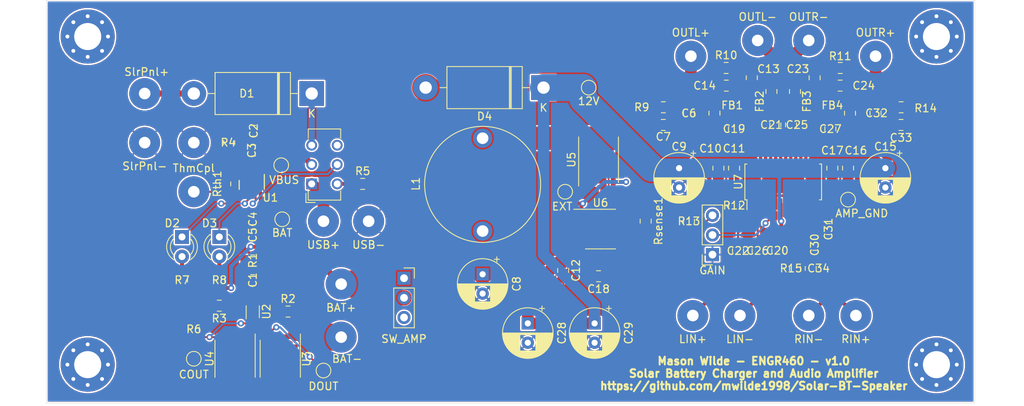
<source format=kicad_pcb>
(kicad_pcb (version 20171130) (host pcbnew "(5.1.5)-3")
  (title_block (rev 1.0) (company "Solar Portable Audio Amplifier") (comment 1 "Walla Walla University") (comment 2 "Mason Wilde ENGR460"))
  (layers (0 F.Cu signal) (31 B.Cu signal) (34 B.Paste user) (35 F.Paste user) (36 B.SilkS user) (37 F.SilkS user) (38 B.Mask user) (39 F.Mask user) (44 Edge.Cuts user))
  (net 0 "")
  (net 1 "Net-(C1-Pad1)")
  (net 2 "Net-(C1-Pad2)")
  (net 3 "Net-(C2-Pad1)")
  (net 4 GND)
  (net 5 BAT+)
  (net 6 "Net-(C6-Pad1)")
  (net 7 "Net-(C7-Pad2)")
  (net 8 "Net-(C8-Pad1)")
  (net 9 12V)
  (net 10 "Net-(C13-Pad1)")
  (net 11 "Net-(C14-Pad2)")
  (net 12 "Net-(C18-Pad1)")
  (net 13 "Net-(C19-Pad2)")
  (net 14 "Net-(C19-Pad1)")
  (net 15 "Net-(C21-Pad2)")
  (net 16 "Net-(C21-Pad1)")
  (net 17 "Net-(C22-Pad1)")
  (net 18 "Net-(C22-Pad2)")
  (net 19 "Net-(C23-Pad1)")
  (net 20 "Net-(C24-Pad2)")
  (net 21 "Net-(C25-Pad1)")
  (net 22 "Net-(C25-Pad2)")
  (net 23 "Net-(C26-Pad1)")
  (net 24 "Net-(C26-Pad2)")
  (net 25 "Net-(C27-Pad2)")
  (net 26 "Net-(C27-Pad1)")
  (net 27 "Net-(C30-Pad2)")
  (net 28 "Net-(C30-Pad1)")
  (net 29 "Net-(C31-Pad1)")
  (net 30 "Net-(C31-Pad2)")
  (net 31 "Net-(C32-Pad1)")
  (net 32 "Net-(C33-Pad2)")
  (net 33 "Net-(C34-Pad1)")
  (net 34 "Net-(D1-Pad2)")
  (net 35 "Net-(D1-Pad1)")
  (net 36 "Net-(D2-Pad2)")
  (net 37 "Net-(D2-Pad1)")
  (net 38 "Net-(D3-Pad1)")
  (net 39 "Net-(D3-Pad2)")
  (net 40 "Net-(D4-Pad2)")
  (net 41 "Net-(J5-Pad1)")
  (net 42 "Net-(J7-Pad1)")
  (net 43 "Net-(J17-Pad2)")
  (net 44 "Net-(J17-Pad3)")
  (net 45 "Net-(R2-Pad1)")
  (net 46 "Net-(R3-Pad1)")
  (net 47 "Net-(R4-Pad1)")
  (net 48 "Net-(R5-Pad1)")
  (net 49 "Net-(R6-Pad1)")
  (net 50 "Net-(R12-Pad1)")
  (net 51 "Net-(Rsense1-Pad1)")
  (net 52 VDPM)
  (net 53 "Net-(SW1-Pad6)")
  (net 54 "Net-(SW2-Pad3)")
  (net 55 "Net-(U2-Pad1)")
  (net 56 "Net-(U7-Pad1)")
  (net 57 "Net-(U7-Pad13)")
  (net 58 "Net-(U3-Pad3)")
  (net 59 "Net-(Rth1-Pad1)")
  (net 60 "Net-(TP6-Pad1)")
  (module MountingHole:MountingHole_3.5mm_Pad_Via (layer F.Cu) (at 203.2 76.962)
    (fp_text reference REF** hide)
    (fp_text value MountingHole_3.5mm_Pad_Via)
    (pad 1 thru_hole circle (at 0 0) (size 7 7) (drill 3.5) (layers *.Cu *.Mask))
    (pad 1 thru_hole circle (at 2.625 0) (size 0.8 0.8) (drill 0.5) (layers *.Cu *.Mask))
    (pad 1 thru_hole circle (at 1.856155 1.856155) (size 0.8 0.8) (drill 0.5) (layers *.Cu *.Mask))
    (pad 1 thru_hole circle (at 0 2.625) (size 0.8 0.8) (drill 0.5) (layers *.Cu *.Mask))
    (pad 1 thru_hole circle (at -1.856155 1.856155) (size 0.8 0.8) (drill 0.5) (layers *.Cu *.Mask))
    (pad 1 thru_hole circle (at -2.625 0) (size 0.8 0.8) (drill 0.5) (layers *.Cu *.Mask))
    (pad 1 thru_hole circle (at -1.856155 -1.856155) (size 0.8 0.8) (drill 0.5) (layers *.Cu *.Mask))
    (pad 1 thru_hole circle (at 0 -2.625) (size 0.8 0.8) (drill 0.5) (layers *.Cu *.Mask))
    (pad 1 thru_hole circle (at 1.856155 -1.856155) (size 0.8 0.8) (drill 0.5) (layers *.Cu *.Mask))
  )
  (module MountingHole:MountingHole_3.5mm_Pad_Via (layer F.Cu) (at 203.2 119.38)
    (fp_text reference REF** hide)
    (fp_text value MountingHole_3.5mm_Pad_Via)
    (pad 1 thru_hole circle (at 1.856155 -1.856155) (size 0.8 0.8) (drill 0.5) (layers *.Cu *.Mask))
    (pad 1 thru_hole circle (at 0 -2.625) (size 0.8 0.8) (drill 0.5) (layers *.Cu *.Mask))
    (pad 1 thru_hole circle (at -1.856155 -1.856155) (size 0.8 0.8) (drill 0.5) (layers *.Cu *.Mask))
    (pad 1 thru_hole circle (at -2.625 0) (size 0.8 0.8) (drill 0.5) (layers *.Cu *.Mask))
    (pad 1 thru_hole circle (at -1.856155 1.856155) (size 0.8 0.8) (drill 0.5) (layers *.Cu *.Mask))
    (pad 1 thru_hole circle (at 0 2.625) (size 0.8 0.8) (drill 0.5) (layers *.Cu *.Mask))
    (pad 1 thru_hole circle (at 1.856155 1.856155) (size 0.8 0.8) (drill 0.5) (layers *.Cu *.Mask))
    (pad 1 thru_hole circle (at 2.625 0) (size 0.8 0.8) (drill 0.5) (layers *.Cu *.Mask))
    (pad 1 thru_hole circle (at 0 0) (size 7 7) (drill 3.5) (layers *.Cu *.Mask))
  )
  (module MountingHole:MountingHole_3.5mm_Pad_Via (layer F.Cu) (at 93.472 119.38)
    (fp_text reference REF** hide)
    (fp_text value MountingHole_3.5mm_Pad_Via)
    (pad 1 thru_hole circle (at 0 0) (size 7 7) (drill 3.5) (layers *.Cu *.Mask))
    (pad 1 thru_hole circle (at 2.625 0) (size 0.8 0.8) (drill 0.5) (layers *.Cu *.Mask))
    (pad 1 thru_hole circle (at 1.856155 1.856155) (size 0.8 0.8) (drill 0.5) (layers *.Cu *.Mask))
    (pad 1 thru_hole circle (at 0 2.625) (size 0.8 0.8) (drill 0.5) (layers *.Cu *.Mask))
    (pad 1 thru_hole circle (at -1.856155 1.856155) (size 0.8 0.8) (drill 0.5) (layers *.Cu *.Mask))
    (pad 1 thru_hole circle (at -2.625 0) (size 0.8 0.8) (drill 0.5) (layers *.Cu *.Mask))
    (pad 1 thru_hole circle (at -1.856155 -1.856155) (size 0.8 0.8) (drill 0.5) (layers *.Cu *.Mask))
    (pad 1 thru_hole circle (at 0 -2.625) (size 0.8 0.8) (drill 0.5) (layers *.Cu *.Mask))
    (pad 1 thru_hole circle (at 1.856155 -1.856155) (size 0.8 0.8) (drill 0.5) (layers *.Cu *.Mask))
  )
  (module MountingHole:MountingHole_3.5mm_Pad_Via (layer F.Cu) (at 93.472 76.962)
    (fp_text reference REF** hide)
    (fp_text value MountingHole_3.5mm_Pad_Via hide)
    (pad 1 thru_hole circle (at 1.856155 -1.856155) (size 0.8 0.8) (drill 0.5) (layers *.Cu *.Mask))
    (pad 1 thru_hole circle (at 0 -2.625) (size 0.8 0.8) (drill 0.5) (layers *.Cu *.Mask))
    (pad 1 thru_hole circle (at -1.856155 -1.856155) (size 0.8 0.8) (drill 0.5) (layers *.Cu *.Mask))
    (pad 1 thru_hole circle (at -2.625 0) (size 0.8 0.8) (drill 0.5) (layers *.Cu *.Mask))
    (pad 1 thru_hole circle (at -1.856155 1.856155) (size 0.8 0.8) (drill 0.5) (layers *.Cu *.Mask))
    (pad 1 thru_hole circle (at 0 2.625) (size 0.8 0.8) (drill 0.5) (layers *.Cu *.Mask))
    (pad 1 thru_hole circle (at 1.856155 1.856155) (size 0.8 0.8) (drill 0.5) (layers *.Cu *.Mask))
    (pad 1 thru_hole circle (at 2.625 0) (size 0.8 0.8) (drill 0.5) (layers *.Cu *.Mask))
    (pad 1 thru_hole circle (at 0 0) (size 7 7) (drill 3.5) (layers *.Cu *.Mask))
  )
  (module Resistor_SMD:R_0805_2012Metric_Pad1.15x1.40mm_HandSolder (layer F.Cu) (at 184.912 106.943 90)
    (fp_text reference R15 (at 0.009 -0.508 180) (layer F.SilkS))
    (fp_text value 39k)
    (pad 2 smd roundrect (at 1.025 0 90) (size 1.15 1.4) (layers F.Cu F.Paste F.Mask) (roundrect_rratio 0.217391) (net 33 "Net-(C34-Pad1)"))
    (pad 1 smd roundrect (at -1.025 0 90) (size 1.15 1.4) (layers F.Cu F.Paste F.Mask) (roundrect_rratio 0.217391) (net 4 GND))
  )
  (module Capacitor_SMD:C_0805_2012Metric_Pad1.15x1.40mm_HandSolder (layer F.Cu) (at 114.808 108.458)
    (fp_text reference C1 (at 0 0 90) (layer F.SilkS))
    (fp_text value 0.1u)
    (pad 1 smd roundrect (at -1.025 0) (size 1.15 1.4) (layers F.Cu F.Paste F.Mask) (roundrect_rratio 0.217391) (net 1 "Net-(C1-Pad1)"))
    (pad 2 smd roundrect (at 1.025 0) (size 1.15 1.4) (layers F.Cu F.Paste F.Mask) (roundrect_rratio 0.217391) (net 2 "Net-(C1-Pad2)"))
  )
  (module Capacitor_SMD:C_0805_2012Metric_Pad1.15x1.40mm_HandSolder (layer F.Cu) (at 114.926 89.154 180)
    (fp_text reference C2 (at 0 0 270) (layer F.SilkS))
    (fp_text value 10u)
    (pad 1 smd roundrect (at -1.025 0 180) (size 1.15 1.4) (layers F.Cu F.Paste F.Mask) (roundrect_rratio 0.217391) (net 3 "Net-(C2-Pad1)"))
    (pad 2 smd roundrect (at 1.025 0 180) (size 1.15 1.4) (layers F.Cu F.Paste F.Mask) (roundrect_rratio 0.217391) (net 4 GND))
  )
  (module Capacitor_SMD:C_0805_2012Metric_Pad1.15x1.40mm_HandSolder (layer F.Cu) (at 114.926 91.694 180)
    (fp_text reference C3 (at 0.245 0 270) (layer F.SilkS))
    (fp_text value 0.1u)
    (pad 2 smd roundrect (at 1.025 0 180) (size 1.15 1.4) (layers F.Cu F.Paste F.Mask) (roundrect_rratio 0.217391) (net 4 GND))
    (pad 1 smd roundrect (at -1.025 0 180) (size 1.15 1.4) (layers F.Cu F.Paste F.Mask) (roundrect_rratio 0.217391) (net 3 "Net-(C2-Pad1)"))
  )
  (module Capacitor_SMD:C_0805_2012Metric_Pad1.15x1.40mm_HandSolder (layer F.Cu) (at 114.817 100.584 180)
    (fp_text reference C4 (at 0 0 90) (layer F.SilkS))
    (fp_text value 10u)
    (pad 1 smd roundrect (at -1.025 0 180) (size 1.15 1.4) (layers F.Cu F.Paste F.Mask) (roundrect_rratio 0.217391) (net 5 BAT+))
    (pad 2 smd roundrect (at 1.025 0 180) (size 1.15 1.4) (layers F.Cu F.Paste F.Mask) (roundrect_rratio 0.217391) (net 4 GND))
  )
  (module Capacitor_SMD:C_0805_2012Metric_Pad1.15x1.40mm_HandSolder (layer F.Cu) (at 114.808 102.616 180)
    (fp_text reference C5 (at 0 0 90) (layer F.SilkS))
    (fp_text value 0.1u)
    (pad 2 smd roundrect (at 1.025 0 180) (size 1.15 1.4) (layers F.Cu F.Paste F.Mask) (roundrect_rratio 0.217391) (net 4 GND))
    (pad 1 smd roundrect (at -1.025 0 180) (size 1.15 1.4) (layers F.Cu F.Paste F.Mask) (roundrect_rratio 0.217391) (net 5 BAT+))
  )
  (module Capacitor_SMD:C_0805_2012Metric_Pad1.15x1.40mm_HandSolder (layer F.Cu) (at 171.196 86.877 90)
    (fp_text reference C6 (at 0 0 180) (layer F.SilkS))
    (fp_text value 1000p)
    (pad 2 smd roundrect (at 1.025 0 90) (size 1.15 1.4) (layers F.Cu F.Paste F.Mask) (roundrect_rratio 0.217391) (net 4 GND))
    (pad 1 smd roundrect (at -1.025 0 90) (size 1.15 1.4) (layers F.Cu F.Paste F.Mask) (roundrect_rratio 0.217391) (net 6 "Net-(C6-Pad1)"))
  )
  (module Capacitor_SMD:C_0805_2012Metric_Pad1.15x1.40mm_HandSolder (layer F.Cu) (at 167.885 88.392 180)
    (fp_text reference C7 (at 0 -1.524) (layer F.SilkS))
    (fp_text value 1000p)
    (pad 1 smd roundrect (at -1.025 0 180) (size 1.15 1.4) (layers F.Cu F.Paste F.Mask) (roundrect_rratio 0.217391) (net 6 "Net-(C6-Pad1)"))
    (pad 2 smd roundrect (at 1.025 0 180) (size 1.15 1.4) (layers F.Cu F.Paste F.Mask) (roundrect_rratio 0.217391) (net 7 "Net-(C7-Pad2)"))
  )
  (module Capacitor_THT:CP_Radial_D6.3mm_P2.50mm (layer F.Cu) (at 144.526 107.696 270)
    (fp_text reference C8 (at 1.25 -4.4 90) (layer F.SilkS))
    (fp_text value 68u)
    (pad 1 thru_hole rect (at 0 0 270) (size 1.6 1.6) (drill 0.8) (layers *.Cu *.Mask) (net 8 "Net-(C8-Pad1)"))
    (pad 2 thru_hole circle (at 2.5 0 270) (size 1.6 1.6) (drill 0.8) (layers *.Cu *.Mask) (net 4 GND))
  )
  (module Capacitor_THT:CP_Radial_D6.3mm_P2.50mm (layer F.Cu) (at 169.926 93.98 270)
    (fp_text reference C9 (at -2.794 0 180) (layer F.SilkS))
    (fp_text value 100u)
    (pad 1 thru_hole rect (at 0 0 270) (size 1.6 1.6) (drill 0.8) (layers *.Cu *.Mask) (net 9 12V))
    (pad 2 thru_hole circle (at 2.5 0 270) (size 1.6 1.6) (drill 0.8) (layers *.Cu *.Mask) (net 4 GND))
  )
  (module Capacitor_SMD:C_0805_2012Metric_Pad1.15x1.40mm_HandSolder (layer F.Cu) (at 175.006 93.98 270)
    (fp_text reference C10 (at -2.54 1.016 180) (layer F.SilkS))
    (fp_text value 0.1u)
    (pad 1 smd roundrect (at -1.025 0 270) (size 1.15 1.4) (layers F.Cu F.Paste F.Mask) (roundrect_rratio 0.217391) (net 9 12V))
    (pad 2 smd roundrect (at 1.025 0 270) (size 1.15 1.4) (layers F.Cu F.Paste F.Mask) (roundrect_rratio 0.217391) (net 4 GND))
  )
  (module Capacitor_SMD:C_0805_2012Metric_Pad1.15x1.40mm_HandSolder (layer F.Cu) (at 177.038 93.971 270)
    (fp_text reference C11 (at -2.531 0 180) (layer F.SilkS))
    (fp_text value 1000p)
    (pad 2 smd roundrect (at 1.025 0 270) (size 1.15 1.4) (layers F.Cu F.Paste F.Mask) (roundrect_rratio 0.217391) (net 4 GND))
    (pad 1 smd roundrect (at -1.025 0 270) (size 1.15 1.4) (layers F.Cu F.Paste F.Mask) (roundrect_rratio 0.217391) (net 9 12V))
  )
  (module Capacitor_SMD:C_0805_2012Metric_Pad1.15x1.40mm_HandSolder (layer F.Cu) (at 154.94 107.197 270)
    (fp_text reference C12 (at 0 -1.65 90) (layer F.SilkS))
    (fp_text value 0.1u)
    (pad 1 smd roundrect (at -1.025 0 270) (size 1.15 1.4) (layers F.Cu F.Paste F.Mask) (roundrect_rratio 0.217391) (net 9 12V))
    (pad 2 smd roundrect (at 1.025 0 270) (size 1.15 1.4) (layers F.Cu F.Paste F.Mask) (roundrect_rratio 0.217391) (net 4 GND))
  )
  (module Capacitor_SMD:C_0805_2012Metric_Pad1.15x1.40mm_HandSolder (layer F.Cu) (at 179.324 82.287 90)
    (fp_text reference C13 (at 1.134 2.159 180) (layer F.SilkS))
    (fp_text value 1000p)
    (pad 1 smd roundrect (at -1.025 0 90) (size 1.15 1.4) (layers F.Cu F.Paste F.Mask) (roundrect_rratio 0.217391) (net 10 "Net-(C13-Pad1)"))
    (pad 2 smd roundrect (at 1.025 0 90) (size 1.15 1.4) (layers F.Cu F.Paste F.Mask) (roundrect_rratio 0.217391) (net 4 GND))
  )
  (module Capacitor_SMD:C_0805_2012Metric_Pad1.15x1.40mm_HandSolder (layer F.Cu) (at 176.031 83.312 180)
    (fp_text reference C14 (at 2.803 0 180) (layer F.SilkS))
    (fp_text value 1000p)
    (pad 2 smd roundrect (at 1.025 0 180) (size 1.15 1.4) (layers F.Cu F.Paste F.Mask) (roundrect_rratio 0.217391) (net 11 "Net-(C14-Pad2)"))
    (pad 1 smd roundrect (at -1.025 0 180) (size 1.15 1.4) (layers F.Cu F.Paste F.Mask) (roundrect_rratio 0.217391) (net 10 "Net-(C13-Pad1)"))
  )
  (module Capacitor_THT:CP_Radial_D6.3mm_P2.50mm (layer F.Cu) (at 196.596 93.98 270)
    (fp_text reference C15 (at -2.794 0 180) (layer F.SilkS))
    (fp_text value 100u)
    (pad 2 thru_hole circle (at 2.5 0 270) (size 1.6 1.6) (drill 0.8) (layers *.Cu *.Mask) (net 4 GND))
    (pad 1 thru_hole rect (at 0 0 270) (size 1.6 1.6) (drill 0.8) (layers *.Cu *.Mask) (net 9 12V))
  )
  (module Capacitor_SMD:C_0805_2012Metric_Pad1.15x1.40mm_HandSolder (layer F.Cu) (at 191.77 93.971 270)
    (fp_text reference C16 (at -2.277 -1.016 180) (layer F.SilkS))
    (fp_text value 0.1u)
    (pad 1 smd roundrect (at -1.025 0 270) (size 1.15 1.4) (layers F.Cu F.Paste F.Mask) (roundrect_rratio 0.217391) (net 9 12V))
    (pad 2 smd roundrect (at 1.025 0 270) (size 1.15 1.4) (layers F.Cu F.Paste F.Mask) (roundrect_rratio 0.217391) (net 4 GND))
  )
  (module Capacitor_SMD:C_0805_2012Metric_Pad1.15x1.40mm_HandSolder (layer F.Cu) (at 189.738 93.971 270)
    (fp_text reference C17 (at -2.277 0 180) (layer F.SilkS))
    (fp_text value 1000p)
    (pad 2 smd roundrect (at 1.025 0 270) (size 1.15 1.4) (layers F.Cu F.Paste F.Mask) (roundrect_rratio 0.217391) (net 4 GND))
    (pad 1 smd roundrect (at -1.025 0 270) (size 1.15 1.4) (layers F.Cu F.Paste F.Mask) (roundrect_rratio 0.217391) (net 9 12V))
  )
  (module Capacitor_SMD:C_0805_2012Metric_Pad1.15x1.40mm_HandSolder (layer F.Cu) (at 159.512 107.95 180)
    (fp_text reference C18 (at 0 -1.65) (layer F.SilkS))
    (fp_text value 0.1u)
    (pad 2 smd roundrect (at 1.025 0 180) (size 1.15 1.4) (layers F.Cu F.Paste F.Mask) (roundrect_rratio 0.217391) (net 4 GND))
    (pad 1 smd roundrect (at -1.025 0 180) (size 1.15 1.4) (layers F.Cu F.Paste F.Mask) (roundrect_rratio 0.217391) (net 12 "Net-(C18-Pad1)"))
  )
  (module Capacitor_SMD:C_0805_2012Metric_Pad1.15x1.40mm_HandSolder (layer F.Cu) (at 177.038 88.891 270)
    (fp_text reference C19 (at 0.009 0 180) (layer F.SilkS))
    (fp_text value 0.22u)
    (pad 2 smd roundrect (at 1.025 0 270) (size 1.15 1.4) (layers F.Cu F.Paste F.Mask) (roundrect_rratio 0.217391) (net 13 "Net-(C19-Pad2)"))
    (pad 1 smd roundrect (at -1.025 0 270) (size 1.15 1.4) (layers F.Cu F.Paste F.Mask) (roundrect_rratio 0.217391) (net 14 "Net-(C19-Pad1)"))
  )
  (module Capacitor_SMD:C_0805_2012Metric_Pad1.15x1.40mm_HandSolder (layer F.Cu) (at 182.626 104.639 270)
    (fp_text reference C20 (at 0 0 180) (layer F.SilkS))
    (fp_text value 1u)
    (pad 2 smd roundrect (at 1.025 0 270) (size 1.15 1.4) (layers F.Cu F.Paste F.Mask) (roundrect_rratio 0.217391) (net 4 GND))
    (pad 1 smd roundrect (at -1.025 0 270) (size 1.15 1.4) (layers F.Cu F.Paste F.Mask) (roundrect_rratio 0.217391) (net 9 12V))
  )
  (module Capacitor_SMD:C_0805_2012Metric_Pad1.15x1.40mm_HandSolder (layer F.Cu) (at 182.372 88.383 270)
    (fp_text reference C21 (at 0 0.508 180) (layer F.SilkS))
    (fp_text value 0.22u)
    (pad 2 smd roundrect (at 1.025 0 270) (size 1.15 1.4) (layers F.Cu F.Paste F.Mask) (roundrect_rratio 0.217391) (net 15 "Net-(C21-Pad2)"))
    (pad 1 smd roundrect (at -1.025 0 270) (size 1.15 1.4) (layers F.Cu F.Paste F.Mask) (roundrect_rratio 0.217391) (net 16 "Net-(C21-Pad1)"))
  )
  (module Capacitor_SMD:C_0805_2012Metric_Pad1.15x1.40mm_HandSolder (layer F.Cu) (at 177.546 104.657 270)
    (fp_text reference C22 (at 0.009 0 180) (layer F.SilkS))
    (fp_text value 1u)
    (pad 1 smd roundrect (at -1.025 0 270) (size 1.15 1.4) (layers F.Cu F.Paste F.Mask) (roundrect_rratio 0.217391) (net 17 "Net-(C22-Pad1)"))
    (pad 2 smd roundrect (at 1.025 0 270) (size 1.15 1.4) (layers F.Cu F.Paste F.Mask) (roundrect_rratio 0.217391) (net 18 "Net-(C22-Pad2)"))
  )
  (module Capacitor_SMD:C_0805_2012Metric_Pad1.15x1.40mm_HandSolder (layer F.Cu) (at 187.452 82.296 90)
    (fp_text reference C23 (at 1.143 -2.159 180) (layer F.SilkS))
    (fp_text value 1000p)
    (pad 1 smd roundrect (at -1.025 0 90) (size 1.15 1.4) (layers F.Cu F.Paste F.Mask) (roundrect_rratio 0.217391) (net 19 "Net-(C23-Pad1)"))
    (pad 2 smd roundrect (at 1.025 0 90) (size 1.15 1.4) (layers F.Cu F.Paste F.Mask) (roundrect_rratio 0.217391) (net 4 GND))
  )
  (module Capacitor_SMD:C_0805_2012Metric_Pad1.15x1.40mm_HandSolder (layer F.Cu) (at 190.745 83.312)
    (fp_text reference C24 (at 3.057 0) (layer F.SilkS))
    (fp_text value 1000p)
    (pad 2 smd roundrect (at 1.025 0) (size 1.15 1.4) (layers F.Cu F.Paste F.Mask) (roundrect_rratio 0.217391) (net 20 "Net-(C24-Pad2)"))
    (pad 1 smd roundrect (at -1.025 0) (size 1.15 1.4) (layers F.Cu F.Paste F.Mask) (roundrect_rratio 0.217391) (net 19 "Net-(C23-Pad1)"))
  )
  (module Capacitor_SMD:C_0805_2012Metric_Pad1.15x1.40mm_HandSolder (layer F.Cu) (at 184.404 88.383 270)
    (fp_text reference C25 (at 0 -0.762 180) (layer F.SilkS))
    (fp_text value 0.22u)
    (pad 1 smd roundrect (at -1.025 0 270) (size 1.15 1.4) (layers F.Cu F.Paste F.Mask) (roundrect_rratio 0.217391) (net 21 "Net-(C25-Pad1)"))
    (pad 2 smd roundrect (at 1.025 0 270) (size 1.15 1.4) (layers F.Cu F.Paste F.Mask) (roundrect_rratio 0.217391) (net 22 "Net-(C25-Pad2)"))
  )
  (module Capacitor_SMD:C_0805_2012Metric_Pad1.15x1.40mm_HandSolder (layer F.Cu) (at 180.086 104.657 270)
    (fp_text reference C26 (at 0 0 180) (layer F.SilkS))
    (fp_text value 1u)
    (pad 1 smd roundrect (at -1.025 0 270) (size 1.15 1.4) (layers F.Cu F.Paste F.Mask) (roundrect_rratio 0.217391) (net 23 "Net-(C26-Pad1)"))
    (pad 2 smd roundrect (at 1.025 0 270) (size 1.15 1.4) (layers F.Cu F.Paste F.Mask) (roundrect_rratio 0.217391) (net 24 "Net-(C26-Pad2)"))
  )
  (module Capacitor_SMD:C_0805_2012Metric_Pad1.15x1.40mm_HandSolder (layer F.Cu) (at 189.484 88.909 270)
    (fp_text reference C27 (at 0 0 180) (layer F.SilkS))
    (fp_text value 0.22u)
    (pad 2 smd roundrect (at 1.025 0 270) (size 1.15 1.4) (layers F.Cu F.Paste F.Mask) (roundrect_rratio 0.217391) (net 25 "Net-(C27-Pad2)"))
    (pad 1 smd roundrect (at -1.025 0 270) (size 1.15 1.4) (layers F.Cu F.Paste F.Mask) (roundrect_rratio 0.217391) (net 26 "Net-(C27-Pad1)"))
  )
  (module Capacitor_THT:CP_Radial_D6.3mm_P2.50mm (layer F.Cu) (at 150.368 114.046 270)
    (fp_text reference C28 (at 1.25 -4.4 90) (layer F.SilkS))
    (fp_text value 150u)
    (pad 2 thru_hole circle (at 2.5 0 270) (size 1.6 1.6) (drill 0.8) (layers *.Cu *.Mask) (net 4 GND))
    (pad 1 thru_hole rect (at 0 0 270) (size 1.6 1.6) (drill 0.8) (layers *.Cu *.Mask) (net 9 12V))
  )
  (module Capacitor_THT:CP_Radial_D6.3mm_P2.50mm (layer F.Cu) (at 159.004 114.046 270)
    (fp_text reference C29 (at 1.25 -4.4 90) (layer F.SilkS))
    (fp_text value 150u)
    (pad 1 thru_hole rect (at 0 0 270) (size 1.6 1.6) (drill 0.8) (layers *.Cu *.Mask) (net 9 12V))
    (pad 2 thru_hole circle (at 2.5 0 270) (size 1.6 1.6) (drill 0.8) (layers *.Cu *.Mask) (net 4 GND))
  )
  (module Capacitor_SMD:C_0805_2012Metric_Pad1.15x1.40mm_HandSolder (layer F.Cu) (at 187.461 103.886)
    (fp_text reference C30 (at 0 0 270) (layer F.SilkS))
    (fp_text value 1u)
    (pad 2 smd roundrect (at 1.025 0) (size 1.15 1.4) (layers F.Cu F.Paste F.Mask) (roundrect_rratio 0.217391) (net 27 "Net-(C30-Pad2)"))
    (pad 1 smd roundrect (at -1.025 0) (size 1.15 1.4) (layers F.Cu F.Paste F.Mask) (roundrect_rratio 0.217391) (net 28 "Net-(C30-Pad1)"))
  )
  (module Capacitor_SMD:C_0805_2012Metric_Pad1.15x1.40mm_HandSolder (layer F.Cu) (at 189.23 101.854)
    (fp_text reference C31 (at 0.009 0 270) (layer F.SilkS))
    (fp_text value 1u)
    (pad 1 smd roundrect (at -1.025 0) (size 1.15 1.4) (layers F.Cu F.Paste F.Mask) (roundrect_rratio 0.217391) (net 29 "Net-(C31-Pad1)"))
    (pad 2 smd roundrect (at 1.025 0) (size 1.15 1.4) (layers F.Cu F.Paste F.Mask) (roundrect_rratio 0.217391) (net 30 "Net-(C31-Pad2)"))
  )
  (module Capacitor_SMD:C_0805_2012Metric_Pad1.15x1.40mm_HandSolder (layer F.Cu) (at 195.326 86.859 90)
    (fp_text reference C32 (at -0.009 0.127 180) (layer F.SilkS))
    (fp_text value 1000p)
    (pad 2 smd roundrect (at 1.025 0 90) (size 1.15 1.4) (layers F.Cu F.Paste F.Mask) (roundrect_rratio 0.217391) (net 4 GND))
    (pad 1 smd roundrect (at -1.025 0 90) (size 1.15 1.4) (layers F.Cu F.Paste F.Mask) (roundrect_rratio 0.217391) (net 31 "Net-(C32-Pad1)"))
  )
  (module Capacitor_SMD:C_0805_2012Metric_Pad1.15x1.40mm_HandSolder (layer F.Cu) (at 198.619 88.392)
    (fp_text reference C33 (at 0.009 1.651) (layer F.SilkS))
    (fp_text value 1000p)
    (pad 1 smd roundrect (at -1.025 0) (size 1.15 1.4) (layers F.Cu F.Paste F.Mask) (roundrect_rratio 0.217391) (net 31 "Net-(C32-Pad1)"))
    (pad 2 smd roundrect (at 1.025 0) (size 1.15 1.4) (layers F.Cu F.Paste F.Mask) (roundrect_rratio 0.217391) (net 32 "Net-(C33-Pad2)"))
  )
  (module Capacitor_SMD:C_0805_2012Metric_Pad1.15x1.40mm_HandSolder (layer F.Cu) (at 186.944 106.943 270)
    (fp_text reference C34 (at -0.009 -1.016 180) (layer F.SilkS))
    (fp_text value 1u)
    (pad 1 smd roundrect (at -1.025 0 270) (size 1.15 1.4) (layers F.Cu F.Paste F.Mask) (roundrect_rratio 0.217391) (net 33 "Net-(C34-Pad1)"))
    (pad 2 smd roundrect (at 1.025 0 270) (size 1.15 1.4) (layers F.Cu F.Paste F.Mask) (roundrect_rratio 0.217391) (net 4 GND))
  )
  (module Diode_THT:D_DO-201AD_P15.24mm_Horizontal (layer F.Cu) (at 122.428 84.328 180)
    (fp_text reference D1 (at 8.382 0) (layer F.SilkS))
    (fp_text value 1N5822)
    (fp_text user K (at 0 -2.6) (layer F.SilkS))
    (pad 2 thru_hole oval (at 15.24 0 180) (size 3.2 3.2) (drill 1.6) (layers *.Cu *.Mask) (net 34 "Net-(D1-Pad2)"))
    (pad 1 thru_hole rect (at 0 0 180) (size 3.2 3.2) (drill 1.6) (layers *.Cu *.Mask) (net 35 "Net-(D1-Pad1)"))
  )
  (module LED_THT:LED_D3.0mm (layer F.Cu) (at 105.664 102.87 270)
    (fp_text reference D2 (at -1.778 1.27 180) (layer F.SilkS))
    (fp_text value LED)
    (pad 2 thru_hole circle (at 2.54 0 270) (size 1.8 1.8) (drill 0.9) (layers *.Cu *.Mask) (net 36 "Net-(D2-Pad2)"))
    (pad 1 thru_hole rect (at 0 0 270) (size 1.8 1.8) (drill 0.9) (layers *.Cu *.Mask) (net 37 "Net-(D2-Pad1)"))
  )
  (module LED_THT:LED_D3.0mm (layer F.Cu) (at 110.49 102.87 270)
    (fp_text reference D3 (at -1.778 1.27 180) (layer F.SilkS))
    (fp_text value LED)
    (pad 1 thru_hole rect (at 0 0 270) (size 1.8 1.8) (drill 0.9) (layers *.Cu *.Mask) (net 38 "Net-(D3-Pad1)"))
    (pad 2 thru_hole circle (at 2.54 0 270) (size 1.8 1.8) (drill 0.9) (layers *.Cu *.Mask) (net 39 "Net-(D3-Pad2)"))
  )
  (module Diode_THT:D_DO-201AD_P15.24mm_Horizontal (layer F.Cu) (at 152.4 83.566 180)
    (fp_text reference D4 (at 7.62 -3.72) (layer F.SilkS))
    (fp_text value 1N5822)
    (fp_text user K (at 0 -2.6) (layer F.SilkS))
    (pad 1 thru_hole rect (at 0 0 180) (size 3.2 3.2) (drill 1.6) (layers *.Cu *.Mask) (net 9 12V))
    (pad 2 thru_hole oval (at 15.24 0 180) (size 3.2 3.2) (drill 1.6) (layers *.Cu *.Mask) (net 40 "Net-(D4-Pad2)"))
  )
  (module Resistor_SMD:R_0805_2012Metric_Pad1.15x1.40mm_HandSolder (layer F.Cu) (at 174.498 86.868 270)
    (fp_text reference FB1 (at -1.016 -2.286 180) (layer F.SilkS))
    (fp_text value Ferrite_Bead_Small)
    (pad 2 smd roundrect (at 1.025 0 270) (size 1.15 1.4) (layers F.Cu F.Paste F.Mask) (roundrect_rratio 0.217391) (net 14 "Net-(C19-Pad1)"))
    (pad 1 smd roundrect (at -1.025 0 270) (size 1.15 1.4) (layers F.Cu F.Paste F.Mask) (roundrect_rratio 0.217391) (net 6 "Net-(C6-Pad1)"))
  )
  (module Resistor_SMD:R_0805_2012Metric_Pad1.15x1.40mm_HandSolder (layer F.Cu) (at 181.864 84.065 270)
    (fp_text reference FB2 (at 1.279 1.524 90) (layer F.SilkS))
    (fp_text value Ferrite_Bead_Small)
    (pad 1 smd roundrect (at -1.025 0 270) (size 1.15 1.4) (layers F.Cu F.Paste F.Mask) (roundrect_rratio 0.217391) (net 10 "Net-(C13-Pad1)"))
    (pad 2 smd roundrect (at 1.025 0 270) (size 1.15 1.4) (layers F.Cu F.Paste F.Mask) (roundrect_rratio 0.217391) (net 16 "Net-(C21-Pad1)"))
  )
  (module Resistor_SMD:R_0805_2012Metric_Pad1.15x1.40mm_HandSolder (layer F.Cu) (at 184.912 84.065 270)
    (fp_text reference FB3 (at 1.279 -1.524 90) (layer F.SilkS))
    (fp_text value Ferrite_Bead_Small)
    (pad 2 smd roundrect (at 1.025 0 270) (size 1.15 1.4) (layers F.Cu F.Paste F.Mask) (roundrect_rratio 0.217391) (net 21 "Net-(C25-Pad1)"))
    (pad 1 smd roundrect (at -1.025 0 270) (size 1.15 1.4) (layers F.Cu F.Paste F.Mask) (roundrect_rratio 0.217391) (net 19 "Net-(C23-Pad1)"))
  )
  (module Resistor_SMD:R_0805_2012Metric_Pad1.15x1.40mm_HandSolder (layer F.Cu) (at 192.024 86.868 270)
    (fp_text reference FB4 (at -1.016 2.286) (layer F.SilkS))
    (fp_text value Ferrite_Bead_Small hide)
    (pad 1 smd roundrect (at -1.025 0 270) (size 1.15 1.4) (layers F.Cu F.Paste F.Mask) (roundrect_rratio 0.217391) (net 31 "Net-(C32-Pad1)"))
    (pad 2 smd roundrect (at 1.025 0 270) (size 1.15 1.4) (layers F.Cu F.Paste F.Mask) (roundrect_rratio 0.217391) (net 26 "Net-(C27-Pad1)"))
  )
  (module Connector_Wire:SolderWirePad_1x01_Drill1.5mm (layer F.Cu) (at 126.238 108.966)
    (fp_text reference J1 hide)
    (fp_text value BAT+ (at 0 3.048) (layer F.SilkS))
    (pad 1 thru_hole circle (at 0 0) (size 4.0005 4.0005) (drill 1.50114) (layers *.Cu *.Mask) (net 5 BAT+))
  )
  (module Connector_Wire:SolderWirePad_1x01_Drill1.5mm (layer F.Cu) (at 126.238 115.824)
    (fp_text reference J2 hide)
    (fp_text value BAT- (at 0.762 2.794) (layer F.SilkS))
    (pad 1 thru_hole circle (at 0 0) (size 4.0005 4.0005) (drill 1.50114) (layers *.Cu *.Mask) (net 2 "Net-(C1-Pad2)"))
  )
  (module Connector_Wire:SolderWirePad_1x01_Drill1.5mm (layer F.Cu) (at 100.838 84.328)
    (fp_text reference J3 hide)
    (fp_text value SlrPnl+ (at 0.254 -2.794) (layer F.SilkS))
    (pad 1 thru_hole circle (at 0 0) (size 4.0005 4.0005) (drill 1.50114) (layers *.Cu *.Mask) (net 34 "Net-(D1-Pad2)"))
  )
  (module Connector_Wire:SolderWirePad_1x01_Drill1.5mm (layer F.Cu) (at 100.838 90.678)
    (fp_text reference J4 hide)
    (fp_text value SlrPnl- (at 0 3.048) (layer F.SilkS))
    (pad 1 thru_hole circle (at 0 0) (size 4.0005 4.0005) (drill 1.50114) (layers *.Cu *.Mask) (net 4 GND))
  )
  (module Connector_Wire:SolderWirePad_1x01_Drill1.5mm (layer F.Cu) (at 123.952 100.838)
    (fp_text reference J5 hide)
    (fp_text value USB+ (at 0 3.048) (layer F.SilkS))
    (pad 1 thru_hole circle (at 0 0) (size 4.0005 4.0005) (drill 1.50114) (layers *.Cu *.Mask) (net 41 "Net-(J5-Pad1)"))
  )
  (module Connector_Wire:SolderWirePad_1x01_Drill1.5mm (layer F.Cu) (at 129.794 100.838)
    (fp_text reference J6 hide)
    (fp_text value USB- (at 0 3.048) (layer F.SilkS))
    (pad 1 thru_hole circle (at 0 0) (size 4.0005 4.0005) (drill 1.50114) (layers *.Cu *.Mask) (net 4 GND))
  )
  (module Connector_Wire:SolderWirePad_1x01_Drill1.5mm (layer F.Cu) (at 107.188 97.028)
    (fp_text reference J7 hide)
    (fp_text value ThmCpl)
    (pad 1 thru_hole circle (at 0 0) (size 4.0005 4.0005) (drill 1.50114) (layers *.Cu *.Mask) (net 42 "Net-(J7-Pad1)"))
  )
  (module Connector_Wire:SolderWirePad_1x01_Drill1.5mm (layer F.Cu) (at 107.188 90.678)
    (fp_text reference J8 hide)
    (fp_text value ThmCpl (at 0 3.302) (layer F.SilkS))
    (pad 1 thru_hole circle (at 0 0) (size 4.0005 4.0005) (drill 1.50114) (layers *.Cu *.Mask) (net 4 GND))
  )
  (module Connector_Wire:SolderWirePad_1x01_Drill1.5mm (layer F.Cu) (at 171.45 79.502)
    (fp_text reference J9 hide)
    (fp_text value OUTL+ (at 0 -3.048) (layer F.SilkS))
    (pad 1 thru_hole circle (at 0 0) (size 4.0005 4.0005) (drill 1.50114) (layers *.Cu *.Mask) (net 6 "Net-(C6-Pad1)"))
  )
  (module Connector_Wire:SolderWirePad_1x01_Drill1.5mm (layer F.Cu) (at 180.086 77.47)
    (fp_text reference J10 hide)
    (fp_text value OUTL- (at 0 -3.048) (layer F.SilkS))
    (pad 1 thru_hole circle (at 0 0) (size 4.0005 4.0005) (drill 1.50114) (layers *.Cu *.Mask) (net 10 "Net-(C13-Pad1)"))
  )
  (module Connector_Wire:SolderWirePad_1x01_Drill1.5mm (layer F.Cu) (at 171.704 113.03)
    (fp_text reference J11 hide)
    (fp_text value LIN+ (at 0 3.048) (layer F.SilkS))
    (pad 1 thru_hole circle (at 0 0) (size 4.0005 4.0005) (drill 1.50114) (layers *.Cu *.Mask) (net 18 "Net-(C22-Pad2)"))
  )
  (module Connector_Wire:SolderWirePad_1x01_Drill1.5mm (layer F.Cu) (at 177.8 113.03)
    (fp_text reference J12 hide)
    (fp_text value LIN- (at 0 3.048) (layer F.SilkS))
    (pad 1 thru_hole circle (at 0 0) (size 4.0005 4.0005) (drill 1.50114) (layers *.Cu *.Mask) (net 24 "Net-(C26-Pad2)"))
  )
  (module Connector_Wire:SolderWirePad_1x01_Drill1.5mm (layer F.Cu) (at 186.69 77.47)
    (fp_text reference J13 hide)
    (fp_text value OUTR- (at 0 -3.048) (layer F.SilkS))
    (pad 1 thru_hole circle (at 0 0) (size 4.0005 4.0005) (drill 1.50114) (layers *.Cu *.Mask) (net 19 "Net-(C23-Pad1)"))
  )
  (module Connector_Wire:SolderWirePad_1x01_Drill1.5mm (layer F.Cu) (at 186.69 113.03)
    (fp_text reference J14 hide)
    (fp_text value RIN- (at 0 3.048) (layer F.SilkS))
    (pad 1 thru_hole circle (at 0 0) (size 4.0005 4.0005) (drill 1.50114) (layers *.Cu *.Mask) (net 27 "Net-(C30-Pad2)"))
  )
  (module Connector_Wire:SolderWirePad_1x01_Drill1.5mm (layer F.Cu) (at 195.326 79.502)
    (fp_text reference J15 hide)
    (fp_text value OUTR+ (at 0 -3.048) (layer F.SilkS))
    (pad 1 thru_hole circle (at 0 0) (size 4.0005 4.0005) (drill 1.50114) (layers *.Cu *.Mask) (net 31 "Net-(C32-Pad1)"))
  )
  (module Connector_Wire:SolderWirePad_1x01_Drill1.5mm (layer F.Cu) (at 192.786 113.03)
    (fp_text reference J16 hide)
    (fp_text value RIN+ (at 0 3.048) (layer F.SilkS))
    (pad 1 thru_hole circle (at 0 0) (size 4.0005 4.0005) (drill 1.50114) (layers *.Cu *.Mask) (net 30 "Net-(C31-Pad2)"))
  )
  (module Connector_PinSocket_2.54mm:PinSocket_1x03_P2.54mm_Vertical (layer F.Cu) (at 174.244 105.156 180)
    (fp_text reference J17 hide)
    (fp_text value GAIN (at 0 -2.032) (layer F.SilkS))
    (pad 1 thru_hole rect (at 0 0 180) (size 1.7 1.7) (drill 1) (layers *.Cu *.Mask) (net 4 GND))
    (pad 2 thru_hole oval (at 0 2.54 180) (size 1.7 1.7) (drill 1) (layers *.Cu *.Mask) (net 43 "Net-(J17-Pad2)"))
    (pad 3 thru_hole oval (at 0 5.08 180) (size 1.7 1.7) (drill 1) (layers *.Cu *.Mask) (net 44 "Net-(J17-Pad3)"))
  )
  (module "Solar BT Speaker Footprints:L_Radial_D14.8mm_P12mm_Wurth" (layer F.Cu) (at 144.526 102.108 90)
    (fp_text reference L1 (at 6.096 -8.636 90) (layer F.SilkS))
    (fp_text value 22u)
    (pad 1 thru_hole circle (at 0 0 90) (size 2.5 2.5) (drill 1.5) (layers *.Cu *.Mask) (net 8 "Net-(C8-Pad1)"))
    (pad 2 thru_hole circle (at 12 0 90) (size 2.5 2.5) (drill 1.5) (layers *.Cu *.Mask) (net 40 "Net-(D4-Pad2)"))
  )
  (module Resistor_SMD:R_0805_2012Metric_Pad1.15x1.40mm_HandSolder (layer F.Cu) (at 114.817 105.918 180)
    (fp_text reference R1 (at 0 0 270) (layer F.SilkS))
    (fp_text value 330)
    (pad 1 smd roundrect (at -1.025 0 180) (size 1.15 1.4) (layers F.Cu F.Paste F.Mask) (roundrect_rratio 0.217391) (net 5 BAT+))
    (pad 2 smd roundrect (at 1.025 0 180) (size 1.15 1.4) (layers F.Cu F.Paste F.Mask) (roundrect_rratio 0.217391) (net 1 "Net-(C1-Pad1)"))
  )
  (module Resistor_SMD:R_0805_2012Metric_Pad1.15x1.40mm_HandSolder (layer F.Cu) (at 119.371 112.522)
    (fp_text reference R2 (at 0 -1.65) (layer F.SilkS))
    (fp_text value 5.1M)
    (pad 2 smd roundrect (at 1.025 0) (size 1.15 1.4) (layers F.Cu F.Paste F.Mask) (roundrect_rratio 0.217391) (net 2 "Net-(C1-Pad2)"))
    (pad 1 smd roundrect (at -1.025 0) (size 1.15 1.4) (layers F.Cu F.Paste F.Mask) (roundrect_rratio 0.217391) (net 45 "Net-(R2-Pad1)"))
  )
  (module Resistor_SMD:R_0805_2012Metric_Pad1.15x1.40mm_HandSolder (layer F.Cu) (at 110.481 111.76 180)
    (fp_text reference R3 (at 0 -1.65) (layer F.SilkS))
    (fp_text value 2.2k)
    (pad 2 smd roundrect (at 1.025 0 180) (size 1.15 1.4) (layers F.Cu F.Paste F.Mask) (roundrect_rratio 0.217391) (net 4 GND))
    (pad 1 smd roundrect (at -1.025 0 180) (size 1.15 1.4) (layers F.Cu F.Paste F.Mask) (roundrect_rratio 0.217391) (net 46 "Net-(R3-Pad1)"))
  )
  (module Resistor_SMD:R_0805_2012Metric_Pad1.15x1.40mm_HandSolder (layer F.Cu) (at 111.76 90.669 90)
    (fp_text reference R4 (at 0 -0.127) (layer F.SilkS))
    (fp_text value 499)
    (pad 2 smd roundrect (at 1.025 0 90) (size 1.15 1.4) (layers F.Cu F.Paste F.Mask) (roundrect_rratio 0.217391) (net 4 GND))
    (pad 1 smd roundrect (at -1.025 0 90) (size 1.15 1.4) (layers F.Cu F.Paste F.Mask) (roundrect_rratio 0.217391) (net 47 "Net-(R4-Pad1)"))
  )
  (module Resistor_SMD:R_0805_2012Metric_Pad1.15x1.40mm_HandSolder (layer F.Cu) (at 129.023 96.012)
    (fp_text reference R5 (at 0 -1.65) (layer F.SilkS))
    (fp_text value 7.32k)
    (pad 1 smd roundrect (at -1.025 0) (size 1.15 1.4) (layers F.Cu F.Paste F.Mask) (roundrect_rratio 0.217391) (net 48 "Net-(R5-Pad1)"))
    (pad 2 smd roundrect (at 1.025 0) (size 1.15 1.4) (layers F.Cu F.Paste F.Mask) (roundrect_rratio 0.217391) (net 4 GND))
  )
  (module Resistor_SMD:R_0805_2012Metric_Pad1.15x1.40mm_HandSolder (layer F.Cu) (at 107.188 114.799 90)
    (fp_text reference R6 (at 0 0 180) (layer F.SilkS))
    (fp_text value 5.1M)
    (pad 1 smd roundrect (at -1.025 0 90) (size 1.15 1.4) (layers F.Cu F.Paste F.Mask) (roundrect_rratio 0.217391) (net 49 "Net-(R6-Pad1)"))
    (pad 2 smd roundrect (at 1.025 0 90) (size 1.15 1.4) (layers F.Cu F.Paste F.Mask) (roundrect_rratio 0.217391) (net 4 GND))
  )
  (module Resistor_SMD:R_0805_2012Metric_Pad1.15x1.40mm_HandSolder (layer F.Cu) (at 105.664 108.449 270)
    (fp_text reference R7 (at 0 0 180) (layer F.SilkS))
    (fp_text value 1.5k)
    (pad 1 smd roundrect (at -1.025 0 270) (size 1.15 1.4) (layers F.Cu F.Paste F.Mask) (roundrect_rratio 0.217391) (net 36 "Net-(D2-Pad2)"))
    (pad 2 smd roundrect (at 1.025 0 270) (size 1.15 1.4) (layers F.Cu F.Paste F.Mask) (roundrect_rratio 0.217391) (net 5 BAT+))
  )
  (module Resistor_SMD:R_0805_2012Metric_Pad1.15x1.40mm_HandSolder (layer F.Cu) (at 110.49 108.449 270)
    (fp_text reference R8 (at 0 0 180) (layer F.SilkS))
    (fp_text value 1.5k)
    (pad 2 smd roundrect (at 1.025 0 270) (size 1.15 1.4) (layers F.Cu F.Paste F.Mask) (roundrect_rratio 0.217391) (net 5 BAT+))
    (pad 1 smd roundrect (at -1.025 0 270) (size 1.15 1.4) (layers F.Cu F.Paste F.Mask) (roundrect_rratio 0.217391) (net 39 "Net-(D3-Pad2)"))
  )
  (module Resistor_SMD:R_0805_2012Metric_Pad1.15x1.40mm_HandSolder (layer F.Cu) (at 167.894 86.106)
    (fp_text reference R9 (at -2.794 0) (layer F.SilkS))
    (fp_text value 68)
    (pad 2 smd roundrect (at 1.025 0) (size 1.15 1.4) (layers F.Cu F.Paste F.Mask) (roundrect_rratio 0.217391) (net 4 GND))
    (pad 1 smd roundrect (at -1.025 0) (size 1.15 1.4) (layers F.Cu F.Paste F.Mask) (roundrect_rratio 0.217391) (net 7 "Net-(C7-Pad2)"))
  )
  (module Resistor_SMD:R_0805_2012Metric_Pad1.15x1.40mm_HandSolder (layer F.Cu) (at 176.013 81.026)
    (fp_text reference R10 (at 0 -1.65) (layer F.SilkS))
    (fp_text value 68)
    (pad 2 smd roundrect (at 1.025 0) (size 1.15 1.4) (layers F.Cu F.Paste F.Mask) (roundrect_rratio 0.217391) (net 4 GND))
    (pad 1 smd roundrect (at -1.025 0) (size 1.15 1.4) (layers F.Cu F.Paste F.Mask) (roundrect_rratio 0.217391) (net 11 "Net-(C14-Pad2)"))
  )
  (module Resistor_SMD:R_0805_2012Metric_Pad1.15x1.40mm_HandSolder (layer F.Cu) (at 190.763 81.026 180)
    (fp_text reference R11 (at 0.009 1.524) (layer F.SilkS))
    (fp_text value 68)
    (pad 1 smd roundrect (at -1.025 0 180) (size 1.15 1.4) (layers F.Cu F.Paste F.Mask) (roundrect_rratio 0.217391) (net 20 "Net-(C24-Pad2)"))
    (pad 2 smd roundrect (at 1.025 0 180) (size 1.15 1.4) (layers F.Cu F.Paste F.Mask) (roundrect_rratio 0.217391) (net 4 GND))
  )
  (module Resistor_SMD:R_0805_2012Metric_Pad1.15x1.40mm_HandSolder (layer F.Cu) (at 177.038 98.815 90)
    (fp_text reference R12 (at 0.009 0 180) (layer F.SilkS))
    (fp_text value 100k)
    (pad 1 smd roundrect (at -1.025 0 90) (size 1.15 1.4) (layers F.Cu F.Paste F.Mask) (roundrect_rratio 0.217391) (net 50 "Net-(R12-Pad1)"))
    (pad 2 smd roundrect (at 1.025 0 90) (size 1.15 1.4) (layers F.Cu F.Paste F.Mask) (roundrect_rratio 0.217391) (net 9 12V))
  )
  (module Resistor_SMD:R_0805_2012Metric_Pad1.15x1.40mm_HandSolder (layer F.Cu) (at 171.196 100.847 90)
    (fp_text reference R13 (at 0.009 0 180) (layer F.SilkS))
    (fp_text value 100k)
    (pad 2 smd roundrect (at 1.025 0 90) (size 1.15 1.4) (layers F.Cu F.Paste F.Mask) (roundrect_rratio 0.217391) (net 9 12V))
    (pad 1 smd roundrect (at -1.025 0 90) (size 1.15 1.4) (layers F.Cu F.Paste F.Mask) (roundrect_rratio 0.217391) (net 44 "Net-(J17-Pad3)"))
  )
  (module Resistor_SMD:R_0805_2012Metric_Pad1.15x1.40mm_HandSolder (layer F.Cu) (at 198.637 86.106 180)
    (fp_text reference R14 (at -3.166 -0.127) (layer F.SilkS))
    (fp_text value 68)
    (pad 1 smd roundrect (at -1.025 0 180) (size 1.15 1.4) (layers F.Cu F.Paste F.Mask) (roundrect_rratio 0.217391) (net 32 "Net-(C33-Pad2)"))
    (pad 2 smd roundrect (at 1.025 0 180) (size 1.15 1.4) (layers F.Cu F.Paste F.Mask) (roundrect_rratio 0.217391) (net 4 GND))
  )
  (module Resistor_SMD:R_0805_2012Metric_Pad1.15x1.40mm_HandSolder (layer F.Cu) (at 165.608 100.829 270)
    (fp_text reference Rsense1 (at 0 -1.65 90) (layer F.SilkS))
    (fp_text value 20m)
    (pad 1 smd roundrect (at -1.025 0 270) (size 1.15 1.4) (layers F.Cu F.Paste F.Mask) (roundrect_rratio 0.217391) (net 51 "Net-(Rsense1-Pad1)"))
    (pad 2 smd roundrect (at 1.025 0 270) (size 1.15 1.4) (layers F.Cu F.Paste F.Mask) (roundrect_rratio 0.217391) (net 4 GND))
  )
  (module Resistor_SMD:R_0805_2012Metric_Pad1.15x1.40mm_HandSolder (layer F.Cu) (at 111.252 96.012 270)
    (fp_text reference Rth1 (at 0 1.016 90) (layer F.SilkS))
    (fp_text value 21.5k)
    (pad 1 smd roundrect (at -1.025 0 270) (size 1.15 1.4) (layers F.Cu F.Paste F.Mask) (roundrect_rratio 0.217391) (net 59 "Net-(Rth1-Pad1)"))
    (pad 2 smd roundrect (at 1.025 0 270) (size 1.15 1.4) (layers F.Cu F.Paste F.Mask) (roundrect_rratio 0.217391) (net 42 "Net-(J7-Pad1)"))
  )
  (module Button_Switch_THT:SW_CuK_JS202011CQN_DPDT_Straight (layer F.Cu) (at 122.428 96.012 90)
    (fp_text reference SW1 hide)
    (fp_text value SW_Power)
    (pad 1 thru_hole rect (at 0 0 90) (size 1.4 1.4) (drill 0.9) (layers *.Cu *.Mask) (net 41 "Net-(J5-Pad1)"))
    (pad 2 thru_hole circle (at 2.5 0 90) (size 1.4 1.4) (drill 0.9) (layers *.Cu *.Mask) (net 3 "Net-(C2-Pad1)"))
    (pad 3 thru_hole circle (at 5 0 90) (size 1.4 1.4) (drill 0.9) (layers *.Cu *.Mask) (net 35 "Net-(D1-Pad1)"))
    (pad 4 thru_hole circle (at 0 3.3 90) (size 1.4 1.4) (drill 0.9) (layers *.Cu *.Mask) (net 48 "Net-(R5-Pad1)"))
    (pad 5 thru_hole circle (at 2.5 3.3 90) (size 1.4 1.4) (drill 0.9) (layers *.Cu *.Mask) (net 52 VDPM))
    (pad 6 thru_hole circle (at 5 3.3 90) (size 1.4 1.4) (drill 0.9) (layers *.Cu *.Mask) (net 53 "Net-(SW1-Pad6)"))
  )
  (module Connector_PinSocket_2.54mm:PinSocket_1x03_P2.54mm_Vertical (layer F.Cu) (at 134.366 108.204)
    (fp_text reference SW2 hide)
    (fp_text value SW_AMP (at 0 7.85) (layer F.SilkS))
    (pad 3 thru_hole oval (at 0 5.08) (size 1.7 1.7) (drill 1) (layers *.Cu *.Mask) (net 54 "Net-(SW2-Pad3)"))
    (pad 2 thru_hole oval (at 0 2.54) (size 1.7 1.7) (drill 1) (layers *.Cu *.Mask) (net 5 BAT+))
    (pad 1 thru_hole rect (at 0 0) (size 1.7 1.7) (drill 1) (layers *.Cu *.Mask) (net 8 "Net-(C8-Pad1)"))
  )
  (module Package_SON:WSON-10-1EP_2x3mm_P0.5mm_EP0.84x2.4mm (layer F.Cu) (at 114.681 96.139 270)
    (fp_text reference U1 (at 1.651 -2.413 180) (layer F.SilkS))
    (fp_text value BQ24210DQCR hide)
    (pad 1 smd rect (at -0.95 -1 270) (size 0.5 0.25) (layers F.Cu F.Paste F.Mask) (net 3 "Net-(C2-Pad1)"))
    (pad 2 smd rect (at -0.95 -0.5 270) (size 0.5 0.25) (layers F.Cu F.Paste F.Mask) (net 47 "Net-(R4-Pad1)"))
    (pad 3 smd rect (at -0.95 0 270) (size 0.5 0.25) (layers F.Cu F.Paste F.Mask) (net 4 GND))
    (pad 4 smd rect (at -0.95 0.5 270) (size 0.5 0.25) (layers F.Cu F.Paste F.Mask) (net 59 "Net-(Rth1-Pad1)"))
    (pad 5 smd rect (at -0.95 1 270) (size 0.5 0.25) (layers F.Cu F.Paste F.Mask) (net 42 "Net-(J7-Pad1)"))
    (pad 6 smd rect (at 0.95 1 270) (size 0.5 0.25) (layers F.Cu F.Paste F.Mask) (net 37 "Net-(D2-Pad1)"))
    (pad 7 smd rect (at 0.95 0.5 270) (size 0.5 0.25) (layers F.Cu F.Paste F.Mask) (net 4 GND))
    (pad 8 smd rect (at 0.95 0 270) (size 0.5 0.25) (layers F.Cu F.Paste F.Mask) (net 38 "Net-(D3-Pad1)"))
    (pad 9 smd rect (at 0.95 -0.5 270) (size 0.5 0.25) (layers F.Cu F.Paste F.Mask) (net 52 VDPM))
    (pad 10 smd rect (at 0.95 -1 270) (size 0.5 0.25) (layers F.Cu F.Paste F.Mask) (net 5 BAT+))
    (pad 11 smd rect (at 0 0 270) (size 0.84 2.4) (layers F.Cu F.Mask) (net 4 GND))
  )
  (module Package_SON:WSON-6_1.5x1.5mm_P0.5mm (layer F.Cu) (at 114.808 112.522 90)
    (fp_text reference U2 (at 0 1.778 90) (layer F.SilkS))
    (fp_text value BQ29700DSER)
    (pad 1 smd rect (at -0.525 -0.5) (size 0.28 0.85) (layers F.Cu F.Paste F.Mask) (net 55 "Net-(U2-Pad1)"))
    (pad 2 smd rect (at -0.575 0) (size 0.28 0.75) (layers F.Cu F.Paste F.Mask) (net 49 "Net-(R6-Pad1)"))
    (pad 3 smd rect (at -0.575 0.5) (size 0.28 0.75) (layers F.Cu F.Paste F.Mask) (net 45 "Net-(R2-Pad1)"))
    (pad 4 smd rect (at 0.575 0.5) (size 0.28 0.75) (layers F.Cu F.Paste F.Mask) (net 2 "Net-(C1-Pad2)"))
    (pad 5 smd rect (at 0.575 0) (size 0.28 0.75) (layers F.Cu F.Paste F.Mask) (net 1 "Net-(C1-Pad1)"))
    (pad 6 smd rect (at 0.575 -0.5) (size 0.28 0.75) (layers F.Cu F.Paste F.Mask) (net 46 "Net-(R3-Pad1)"))
  )
  (module Package_SON:VSONP-8-1EP_5x6_P1.27mm (layer F.Cu) (at 118.364 118.618 270)
    (fp_text reference U3 (at 0 -3.4 90) (layer F.SilkS))
    (fp_text value CSD16404Q5A)
    (pad 3 smd rect (at 0.33 0 270) (size 4.35 4.51) (layers F.Cu F.Mask) (net 58 "Net-(U3-Pad3)"))
    (pad 1 smd rect (at -2.8 0.635 270) (size 0.7 0.7) (layers F.Cu F.Paste F.Mask) (net 2 "Net-(C1-Pad2)"))
    (pad 1 smd rect (at -2.8 -0.635 270) (size 0.7 0.7) (layers F.Cu F.Paste F.Mask) (net 2 "Net-(C1-Pad2)"))
    (pad 1 smd rect (at -2.8 -1.905 270) (size 0.7 0.7) (layers F.Cu F.Paste F.Mask) (net 2 "Net-(C1-Pad2)"))
    (pad 2 smd rect (at -2.8 1.905 270) (size 0.7 0.7) (layers F.Cu F.Paste F.Mask) (net 45 "Net-(R2-Pad1)"))
    (pad 3 smd rect (at 2.8 1.905 270) (size 0.7 0.7) (layers F.Cu F.Paste F.Mask) (net 58 "Net-(U3-Pad3)"))
    (pad 3 smd rect (at 2.8 -1.905 270) (size 0.7 0.7) (layers F.Cu F.Paste F.Mask) (net 58 "Net-(U3-Pad3)"))
    (pad 3 smd rect (at 2.8 -0.635 270) (size 0.7 0.7) (layers F.Cu F.Paste F.Mask) (net 58 "Net-(U3-Pad3)"))
    (pad 3 smd rect (at 2.8 0.635 270) (size 0.7 0.7) (layers F.Cu F.Paste F.Mask) (net 58 "Net-(U3-Pad3)"))
  )
  (module Package_SON:VSONP-8-1EP_5x6_P1.27mm (layer F.Cu) (at 112.522 118.618 270)
    (fp_text reference U4 (at 0 3.302 90) (layer F.SilkS))
    (fp_text value CSD16404Q5A)
    (pad 3 smd rect (at 2.8 0.635 270) (size 0.7 0.7) (layers F.Cu F.Paste F.Mask) (net 58 "Net-(U3-Pad3)"))
    (pad 3 smd rect (at 2.8 -0.635 270) (size 0.7 0.7) (layers F.Cu F.Paste F.Mask) (net 58 "Net-(U3-Pad3)"))
    (pad 3 smd rect (at 2.8 -1.905 270) (size 0.7 0.7) (layers F.Cu F.Paste F.Mask) (net 58 "Net-(U3-Pad3)"))
    (pad 3 smd rect (at 2.8 1.905 270) (size 0.7 0.7) (layers F.Cu F.Paste F.Mask) (net 58 "Net-(U3-Pad3)"))
    (pad 2 smd rect (at -2.8 1.905 270) (size 0.7 0.7) (layers F.Cu F.Paste F.Mask) (net 49 "Net-(R6-Pad1)"))
    (pad 1 smd rect (at -2.8 -1.905 270) (size 0.7 0.7) (layers F.Cu F.Paste F.Mask) (net 4 GND))
    (pad 1 smd rect (at -2.8 -0.635 270) (size 0.7 0.7) (layers F.Cu F.Paste F.Mask) (net 4 GND))
    (pad 1 smd rect (at -2.8 0.635 270) (size 0.7 0.7) (layers F.Cu F.Paste F.Mask) (net 4 GND))
    (pad 3 smd rect (at 0.33 0 270) (size 4.35 4.51) (layers F.Cu F.Mask) (net 58 "Net-(U3-Pad3)"))
  )
  (module Package_SO:PowerPAK_SO-8_Single (layer F.Cu) (at 159.512 92.892 90)
    (fp_text reference U5 (at 0 -3.5 90) (layer F.SilkS))
    (fp_text value SIRA18ADP)
    (pad 1 smd rect (at -2.67 -1.905 90) (size 1.27 0.61) (layers F.Cu F.Paste F.Mask) (net 51 "Net-(Rsense1-Pad1)"))
    (pad 2 smd rect (at -2.67 -0.635 90) (size 1.27 0.61) (layers F.Cu F.Paste F.Mask) (net 51 "Net-(Rsense1-Pad1)"))
    (pad 3 smd rect (at -2.67 0.635 90) (size 1.27 0.61) (layers F.Cu F.Paste F.Mask) (net 51 "Net-(Rsense1-Pad1)"))
    (pad 4 smd rect (at -2.67 1.905 90) (size 1.27 0.61) (layers F.Cu F.Paste F.Mask) (net 60 "Net-(TP6-Pad1)"))
    (pad 5 smd rect (at 2.795 1.905 90) (size 1.02 0.61) (layers F.Cu F.Paste F.Mask) (net 40 "Net-(D4-Pad2)"))
    (pad 5 smd rect (at 2.795 0.635 90) (size 1.02 0.61) (layers F.Cu F.Paste F.Mask) (net 40 "Net-(D4-Pad2)"))
    (pad 5 smd rect (at 2.795 -0.635 90) (size 1.02 0.61) (layers F.Cu F.Paste F.Mask) (net 40 "Net-(D4-Pad2)"))
    (pad 5 smd rect (at 2.795 -1.905 90) (size 1.02 0.61) (layers F.Cu F.Paste F.Mask) (net 40 "Net-(D4-Pad2)"))
    (pad 5 smd rect (at 0.69 0 90) (size 3.81 3.91) (layers F.Cu F.Paste F.Mask) (net 40 "Net-(D4-Pad2)"))
  )
  (module Package_SO:SOIC-8_3.9x4.9mm_P1.27mm (layer F.Cu) (at 159.766 101.854)
    (fp_text reference U6 (at 0 -3.4) (layer F.SilkS))
    (fp_text value max1771csa+)
    (pad 1 smd roundrect (at -2.475 -1.905) (size 1.95 0.6) (layers F.Cu F.Paste F.Mask) (net 60 "Net-(TP6-Pad1)"))
    (pad 2 smd roundrect (at -2.475 -0.635) (size 1.95 0.6) (layers F.Cu F.Paste F.Mask) (net 9 12V))
    (pad 3 smd roundrect (at -2.475 0.635) (size 1.95 0.6) (layers F.Cu F.Paste F.Mask) (net 4 GND))
    (pad 4 smd roundrect (at -2.475 1.905) (size 1.95 0.6) (layers F.Cu F.Paste F.Mask) (net 4 GND))
    (pad 5 smd roundrect (at 2.475 1.905) (size 1.95 0.6) (layers F.Cu F.Paste F.Mask) (net 12 "Net-(C18-Pad1)"))
    (pad 6 smd roundrect (at 2.475 0.635) (size 1.95 0.6) (layers F.Cu F.Paste F.Mask) (net 4 GND))
    (pad 7 smd roundrect (at 2.475 -0.635) (size 1.95 0.6) (layers F.Cu F.Paste F.Mask) (net 4 GND))
    (pad 8 smd roundrect (at 2.475 -1.905) (size 1.95 0.6) (layers F.Cu F.Paste F.Mask) (net 51 "Net-(Rsense1-Pad1)"))
  )
  (module Package_SO:HTSSOP-28-1EP_4.4x9.7mm_P0.65mm_EP2.85x5.4mm (layer F.Cu) (at 183.388 95.758 90)
    (fp_text reference U7 (at 0 -5.8 90) (layer F.SilkS))
    (fp_text value TPA3138D2PWP)
    (pad 29 smd roundrect (at 0 0 90) (size 2.85 5.4) (layers F.Cu F.Mask) (roundrect_rratio 0.08771900000000001) (net 4 GND))
    (pad 1 smd roundrect (at -2.8625 -4.225 90) (size 1.475 0.4) (layers F.Cu F.Paste F.Mask) (net 56 "Net-(U7-Pad1)"))
    (pad 2 smd roundrect (at -2.8625 -3.575 90) (size 1.475 0.4) (layers F.Cu F.Paste F.Mask) (net 50 "Net-(R12-Pad1)"))
    (pad 3 smd roundrect (at -2.8625 -2.925 90) (size 1.475 0.4) (layers F.Cu F.Paste F.Mask) (net 17 "Net-(C22-Pad1)"))
    (pad 4 smd roundrect (at -2.8625 -2.275 90) (size 1.475 0.4) (layers F.Cu F.Paste F.Mask) (net 23 "Net-(C26-Pad1)"))
    (pad 5 smd roundrect (at -2.8625 -1.625 90) (size 1.475 0.4) (layers F.Cu F.Paste F.Mask) (net 43 "Net-(J17-Pad2)"))
    (pad 6 smd roundrect (at -2.8625 -0.975 90) (size 1.475 0.4) (layers F.Cu F.Paste F.Mask) (net 4 GND))
    (pad 7 smd roundrect (at -2.8625 -0.325 90) (size 1.475 0.4) (layers F.Cu F.Paste F.Mask) (net 9 12V))
    (pad 8 smd roundrect (at -2.8625 0.325 90) (size 1.475 0.4) (layers F.Cu F.Paste F.Mask) (net 4 GND))
    (pad 9 smd roundrect (at -2.8625 0.975 90) (size 1.475 0.4) (layers F.Cu F.Paste F.Mask) (net 33 "Net-(C34-Pad1)"))
    (pad 10 smd roundrect (at -2.8625 1.625 90) (size 1.475 0.4) (layers F.Cu F.Paste F.Mask) (net 33 "Net-(C34-Pad1)"))
    (pad 11 smd roundrect (at -2.8625 2.275 90) (size 1.475 0.4) (layers F.Cu F.Paste F.Mask) (net 28 "Net-(C30-Pad1)"))
    (pad 12 smd roundrect (at -2.8625 2.925 90) (size 1.475 0.4) (layers F.Cu F.Paste F.Mask) (net 29 "Net-(C31-Pad1)"))
    (pad 13 smd roundrect (at -2.8625 3.575 90) (size 1.475 0.4) (layers F.Cu F.Paste F.Mask) (net 57 "Net-(U7-Pad13)"))
    (pad 14 smd roundrect (at -2.8625 4.225 90) (size 1.475 0.4) (layers F.Cu F.Paste F.Mask) (net 4 GND))
    (pad 15 smd roundrect (at 2.8625 4.225 90) (size 1.475 0.4) (layers F.Cu F.Paste F.Mask) (net 9 12V))
    (pad 16 smd roundrect (at 2.8625 3.575 90) (size 1.475 0.4) (layers F.Cu F.Paste F.Mask) (net 9 12V))
    (pad 17 smd roundrect (at 2.8625 2.925 90) (size 1.475 0.4) (layers F.Cu F.Paste F.Mask) (net 25 "Net-(C27-Pad2)"))
    (pad 18 smd roundrect (at 2.8625 2.275 90) (size 1.475 0.4) (layers F.Cu F.Paste F.Mask) (net 26 "Net-(C27-Pad1)"))
    (pad 19 smd roundrect (at 2.8625 1.625 90) (size 1.475 0.4) (layers F.Cu F.Paste F.Mask) (net 4 GND))
    (pad 20 smd roundrect (at 2.8625 0.975 90) (size 1.475 0.4) (layers F.Cu F.Paste F.Mask) (net 21 "Net-(C25-Pad1)"))
    (pad 21 smd roundrect (at 2.8625 0.325 90) (size 1.475 0.4) (layers F.Cu F.Paste F.Mask) (net 22 "Net-(C25-Pad2)"))
    (pad 22 smd roundrect (at 2.8625 -0.325 90) (size 1.475 0.4) (layers F.Cu F.Paste F.Mask) (net 15 "Net-(C21-Pad2)"))
    (pad 23 smd roundrect (at 2.8625 -0.975 90) (size 1.475 0.4) (layers F.Cu F.Paste F.Mask) (net 16 "Net-(C21-Pad1)"))
    (pad 24 smd roundrect (at 2.8625 -1.625 90) (size 1.475 0.4) (layers F.Cu F.Paste F.Mask) (net 4 GND))
    (pad 25 smd roundrect (at 2.8625 -2.275 90) (size 1.475 0.4) (layers F.Cu F.Paste F.Mask) (net 14 "Net-(C19-Pad1)"))
    (pad 26 smd roundrect (at 2.8625 -2.925 90) (size 1.475 0.4) (layers F.Cu F.Paste F.Mask) (net 13 "Net-(C19-Pad2)"))
    (pad 27 smd roundrect (at 2.8625 -3.575 90) (size 1.475 0.4) (layers F.Cu F.Paste F.Mask) (net 9 12V))
    (pad 28 smd roundrect (at 2.8625 -4.225 90) (size 1.475 0.4) (layers F.Cu F.Paste F.Mask) (net 9 12V))
  )
  (module TestPoint:TestPoint_Pad_D1.5mm (layer F.Cu) (at 118.491 93.599 270)
    (fp_text reference TP1 hide)
    (fp_text value VBUS (at 1.905 -0.381 180) (layer F.SilkS))
    (pad 1 smd circle (at 0 0 270) (size 1.5 1.5) (layers F.Cu F.Mask) (net 3 "Net-(C2-Pad1)"))
  )
  (module TestPoint:TestPoint_Pad_D1.5mm (layer F.Cu) (at 118.618 100.584)
    (fp_text reference TP2 hide)
    (fp_text value BAT (at 0 1.75) (layer F.SilkS))
    (pad 1 smd circle (at 0 0) (size 1.5 1.5) (layers F.Cu F.Mask) (net 5 BAT+))
  )
  (module TestPoint:TestPoint_Pad_D1.5mm (layer F.Cu) (at 107.188 118.618)
    (fp_text reference TP3 hide)
    (fp_text value COUT (at 0 2.032) (layer F.SilkS))
    (pad 1 smd circle (at 0 0) (size 1.5 1.5) (layers F.Cu F.Mask) (net 49 "Net-(R6-Pad1)"))
  )
  (module TestPoint:TestPoint_Pad_D1.5mm (layer F.Cu) (at 123.952 120.142)
    (fp_text reference TP4 hide)
    (fp_text value DOUT (at 0 2.032) (layer F.SilkS))
    (pad 1 smd circle (at 0 0) (size 1.5 1.5) (layers F.Cu F.Mask) (net 45 "Net-(R2-Pad1)"))
  )
  (module TestPoint:TestPoint_Pad_D1.5mm (layer F.Cu) (at 158.242 83.566)
    (fp_text reference TP5 hide)
    (fp_text value 12V (at 0 1.75 180) (layer F.SilkS))
    (pad 1 smd circle (at 0 0) (size 1.5 1.5) (layers F.Cu F.Mask) (net 9 12V))
  )
  (module TestPoint:TestPoint_Pad_D1.5mm (layer F.Cu) (at 155.194 97.028)
    (fp_text reference TP6 hide)
    (fp_text value EXT (at -0.381 1.905) (layer F.SilkS))
    (pad 1 smd circle (at 0 0) (size 1.5 1.5) (layers F.Cu F.Mask) (net 60 "Net-(TP6-Pad1)"))
  )
  (module TestPoint:TestPoint_Pad_D1.5mm (layer F.Cu) (at 191.77 98.044)
    (fp_text reference TP7 hide)
    (fp_text value AMP_GND (at 1.778 1.778) (layer F.SilkS))
    (pad 1 smd circle (at 0 0) (size 1.5 1.5) (layers F.Cu F.Mask) (net 4 GND))
  )
  (gr_text "Mason Wilde - ENGR460 - v1.0\nSolar Battery Charger and Audio Amplifier\nhttps://github.com/mwilde1998/Solar-BT-Speaker" (at 179.578 120.523) (layer F.SilkS) (effects (font (size 1 1) (thickness 0.25))))
  (gr_line (start 88.138 72.263) (end 208.153 72.263) (layer Edge.Cuts) (width 0.05))
  (gr_line (start 88.138 124.333) (end 88.138 72.263) (layer Edge.Cuts) (width 0.05))
  (gr_line (start 208.153 124.333) (end 88.138 124.333) (layer Edge.Cuts) (width 0.05))
  (gr_line (start 208.153 72.263) (end 208.153 124.333) (layer Edge.Cuts) (width 0.05))
  (segment (start 113.792 108.449) (end 113.783 108.458) (width 0.5) (layer F.Cu) (net 1))
  (segment (start 113.792 105.918) (end 113.792 108.449) (width 0.5) (layer F.Cu) (net 1))
  (segment (start 114.808 111.322) (end 114.808 111.947) (width 0.25) (layer F.Cu) (net 1))
  (segment (start 114.808 110.183) (end 114.808 111.322) (width 0.25) (layer F.Cu) (net 1))
  (segment (start 113.783 109.158) (end 114.808 110.183) (width 0.25) (layer F.Cu) (net 1))
  (segment (start 113.783 108.458) (end 113.783 109.158) (width 0.25) (layer F.Cu) (net 1))
  (segment (start 115.308 110.244) (end 115.308 111.947) (width 0.25) (layer F.Cu) (net 2))
  (segment (start 115.833 108.458) (end 115.833 109.719) (width 0.25) (layer F.Cu) (net 2))
  (segment (start 115.833 109.719) (end 115.308 110.244) (width 0.25) (layer F.Cu) (net 2))
  (segment (start 120.269 115.818) (end 118.999 115.818) (width 0.5) (layer F.Cu) (net 2))
  (segment (start 118.999 115.818) (end 117.729 115.818) (width 0.5) (layer F.Cu) (net 2))
  (segment (start 115.398001 111.856999) (end 115.398001 111.947) (width 0.5) (layer F.Cu) (net 2))
  (segment (start 119.94599 111.37199) (end 115.88301 111.37199) (width 0.5) (layer F.Cu) (net 2))
  (segment (start 120.396 112.522) (end 120.396 111.822) (width 0.5) (layer F.Cu) (net 2))
  (segment (start 115.88301 111.37199) (end 115.398001 111.856999) (width 0.5) (layer F.Cu) (net 2))
  (segment (start 120.396 111.822) (end 119.94599 111.37199) (width 0.5) (layer F.Cu) (net 2))
  (segment (start 120.396 115.691) (end 120.269 115.818) (width 0.5) (layer F.Cu) (net 2))
  (segment (start 126.238 115.824) (end 123.40922 115.824) (width 3.5) (layer F.Cu) (net 2))
  (segment (start 122.90122 115.316) (end 120.396 115.316) (width 2) (layer F.Cu) (net 2))
  (segment (start 120.396 112.522) (end 120.396 115.316) (width 0.5) (layer F.Cu) (net 2))
  (segment (start 123.40922 115.824) (end 122.90122 115.316) (width 2) (layer F.Cu) (net 2))
  (segment (start 120.396 115.316) (end 120.396 115.691) (width 0.5) (layer F.Cu) (net 2))
  (segment (start 115.951 89.154) (end 115.951 91.694) (width 0.8) (layer F.Cu) (net 3))
  (segment (start 115.951 91.694) (end 115.951 93.599) (width 0.8) (layer F.Cu) (net 3))
  (segment (start 115.951 93.599) (end 118.491 93.599) (width 0.8) (layer F.Cu) (net 3))
  (segment (start 115.75601 95.11399) (end 115.75601 95.189) (width 0.5) (layer F.Cu) (net 3))
  (segment (start 115.951 93.599) (end 115.951 94.919) (width 0.5) (layer F.Cu) (net 3))
  (segment (start 115.951 94.919) (end 115.75601 95.11399) (width 0.5) (layer F.Cu) (net 3))
  (segment (start 122.428 93.512) (end 120.142 91.226) (width 0.8) (layer F.Cu) (net 3))
  (segment (start 120.142 91.226) (end 120.142 89.154) (width 0.8) (layer F.Cu) (net 3))
  (segment (start 120.142 89.154) (end 115.951 89.154) (width 0.8) (layer F.Cu) (net 3))
  (segment (start 157.591 102.789) (end 157.291 102.489) (width 0.5) (layer F.Cu) (net 4))
  (segment (start 161.941 102.789) (end 157.591 102.789) (width 0.5) (layer F.Cu) (net 4))
  (segment (start 162.241 102.489) (end 161.941 102.789) (width 0.5) (layer F.Cu) (net 4))
  (segment (start 157.291 102.489) (end 157.291 103.759) (width 0.5) (layer F.Cu) (net 4))
  (segment (start 162.241 101.219) (end 162.241 102.489) (width 0.5) (layer F.Cu) (net 4))
  (segment (start 185.013 94.133) (end 183.388 95.758) (width 0.5) (layer F.Cu) (net 4))
  (segment (start 185.013 92.8955) (end 185.013 94.133) (width 0.5) (layer F.Cu) (net 4))
  (segment (start 181.763 94.133) (end 183.388 95.758) (width 0.5) (layer F.Cu) (net 4))
  (segment (start 181.763 92.8955) (end 181.763 94.133) (width 0.5) (layer F.Cu) (net 4))
  (segment (start 183.713 96.083) (end 183.713 98.6205) (width 0.35) (layer F.Cu) (net 4))
  (segment (start 183.388 95.758) (end 183.713 96.083) (width 0.35) (layer F.Cu) (net 4))
  (segment (start 182.413 96.733) (end 182.413 98.6205) (width 0.35) (layer F.Cu) (net 4))
  (segment (start 183.388 95.758) (end 182.413 96.733) (width 0.35) (layer F.Cu) (net 4))
  (segment (start 114.181 96.639) (end 114.681 96.139) (width 0.35) (layer F.Cu) (net 4))
  (segment (start 114.181 97.089) (end 114.181 96.639) (width 0.35) (layer F.Cu) (net 4))
  (segment (start 114.181 97.089) (end 114.181 97.469588) (width 0.25) (layer F.Cu) (net 4))
  (segment (start 114.181 97.469588) (end 114.131001 97.519587) (width 0.25) (layer F.Cu) (net 4))
  (segment (start 114.131001 97.519587) (end 114.080294 97.570294) (width 0.25) (layer F.Cu) (net 4))
  (segment (start 115.842 100.584) (end 118.618 100.584) (width 0.8) (layer F.Cu) (net 5))
  (segment (start 115.842 100.584) (end 115.842 98.57) (width 0.8) (layer F.Cu) (net 5))
  (segment (start 115.756001 97.164001) (end 115.756001 97.089) (width 0.5) (layer F.Cu) (net 5))
  (segment (start 115.842 98.57) (end 115.842 97.25) (width 0.5) (layer F.Cu) (net 5))
  (segment (start 115.842 97.25) (end 115.756001 97.164001) (width 0.5) (layer F.Cu) (net 5))
  (segment (start 115.842 102.607) (end 115.833 102.616) (width 0.8) (layer F.Cu) (net 5))
  (segment (start 115.842 100.584) (end 115.842 102.607) (width 0.8) (layer F.Cu) (net 5))
  (segment (start 110.49 109.474) (end 105.664 109.474) (width 0.5) (layer F.Cu) (net 5))
  (segment (start 115.833 105.909) (end 115.842 105.918) (width 0.5) (layer F.Cu) (net 5))
  (via (at 114.554 104.14) (size 0.8) (drill 0.4) (layers F.Cu B.Cu) (net 5))
  (segment (start 114.563 104.149) (end 114.554 104.14) (width 0.5) (layer F.Cu) (net 5))
  (segment (start 115.833 104.149) (end 115.833 105.909) (width 0.5) (layer F.Cu) (net 5))
  (segment (start 115.833 104.149) (end 114.563 104.149) (width 0.5) (layer F.Cu) (net 5))
  (segment (start 115.833 102.616) (end 115.833 104.149) (width 0.5) (layer F.Cu) (net 5))
  (via (at 112.014 109.474) (size 0.8) (drill 0.4) (layers F.Cu B.Cu) (net 5))
  (segment (start 114.554 104.14) (end 112.014 106.68) (width 0.5) (layer B.Cu) (net 5))
  (segment (start 112.014 106.68) (end 112.014 109.474) (width 0.5) (layer B.Cu) (net 5))
  (segment (start 112.014 109.474) (end 110.49 109.474) (width 0.5) (layer F.Cu) (net 5))
  (segment (start 123.19 105.918) (end 115.842 105.918) (width 0.8) (layer F.Cu) (net 5))
  (segment (start 126.238 108.966) (end 123.19 105.918) (width 0.8) (layer F.Cu) (net 5))
  (segment (start 129.06678 108.966) (end 130.84478 110.744) (width 3.5) (layer F.Cu) (net 5))
  (segment (start 126.238 108.966) (end 129.06678 108.966) (width 3.5) (layer F.Cu) (net 5))
  (segment (start 130.84478 110.744) (end 134.366 110.744) (width 2) (layer F.Cu) (net 5))
  (segment (start 173.798 85.843) (end 172.72 86.921) (width 0.5) (layer F.Cu) (net 6))
  (segment (start 174.498 85.843) (end 173.798 85.843) (width 0.5) (layer F.Cu) (net 6))
  (segment (start 172.72 86.921) (end 172.72 87.884) (width 0.5) (layer F.Cu) (net 6))
  (segment (start 172.702 87.902) (end 171.196 87.902) (width 0.5) (layer F.Cu) (net 6))
  (segment (start 172.72 87.884) (end 172.702 87.902) (width 0.5) (layer F.Cu) (net 6))
  (segment (start 169.4 87.902) (end 168.91 88.392) (width 0.5) (layer F.Cu) (net 6))
  (segment (start 171.196 87.902) (end 169.4 87.902) (width 0.5) (layer F.Cu) (net 6))
  (segment (start 171.45 82.795) (end 171.45 79.502) (width 1.5) (layer F.Cu) (net 6))
  (segment (start 174.498 85.843) (end 171.45 82.795) (width 1.5) (layer F.Cu) (net 6))
  (segment (start 166.86 86.115) (end 166.869 86.106) (width 0.5) (layer F.Cu) (net 7))
  (segment (start 166.86 88.392) (end 166.86 86.115) (width 0.5) (layer F.Cu) (net 7))
  (segment (start 137.072244 107.79399) (end 134.366 107.79399) (width 3.5) (layer F.Cu) (net 8))
  (segment (start 144.526 102.108) (end 142.758234 102.108) (width 3.5) (layer F.Cu) (net 8))
  (segment (start 142.758234 102.108) (end 137.072244 107.79399) (width 3.5) (layer F.Cu) (net 8))
  (segment (start 144.526 102.108) (end 144.526 107.696) (width 2.5) (layer F.Cu) (net 8))
  (segment (start 154.94 102.30935) (end 154.94 105.597) (width 1.5) (layer F.Cu) (net 9))
  (segment (start 154.94 105.597) (end 154.94 106.172) (width 1.5) (layer F.Cu) (net 9))
  (segment (start 156.03035 101.219) (end 154.94 102.30935) (width 1.5) (layer F.Cu) (net 9))
  (segment (start 157.291 101.219) (end 156.03035 101.219) (width 1.5) (layer F.Cu) (net 9))
  (segment (start 150.368 111.746) (end 150.368 114.046) (width 1.5) (layer F.Cu) (net 9))
  (segment (start 150.368 110.044) (end 150.368 111.746) (width 1.5) (layer F.Cu) (net 9))
  (segment (start 154.24 106.172) (end 150.368 110.044) (width 1.5) (layer F.Cu) (net 9))
  (segment (start 154.94 106.172) (end 154.24 106.172) (width 1.5) (layer F.Cu) (net 9))
  (segment (start 150.368 114.046) (end 159.004 114.046) (width 1.5) (layer F.Cu) (net 9))
  (segment (start 166.39 93.98) (end 169.926 93.98) (width 2.5) (layer B.Cu) (net 9))
  (segment (start 169.926 93.98) (end 173.226 93.98) (width 2.5) (layer B.Cu) (net 9))
  (segment (start 169.926 93.98) (end 171.704 93.98) (width 2) (layer F.Cu) (net 9))
  (segment (start 171.704 93.98) (end 172.72 92.964) (width 2) (layer F.Cu) (net 9))
  (segment (start 172.729 92.955) (end 175.006 92.955) (width 1.5) (layer F.Cu) (net 9))
  (segment (start 172.72 92.964) (end 172.729 92.955) (width 1.5) (layer F.Cu) (net 9))
  (segment (start 177.029 92.955) (end 177.038 92.946) (width 1.5) (layer F.Cu) (net 9))
  (segment (start 175.006 92.955) (end 177.029 92.955) (width 1.5) (layer F.Cu) (net 9))
  (segment (start 179.1125 92.946) (end 179.163 92.8955) (width 1.5) (layer F.Cu) (net 9))
  (segment (start 177.038 92.946) (end 179.1125 92.946) (width 1.5) (layer F.Cu) (net 9))
  (segment (start 179.163 92.8955) (end 179.31299 92.8955) (width 1.5) (layer F.Cu) (net 9))
  (segment (start 196.596 93.98) (end 195.834 93.98) (width 2) (layer F.Cu) (net 9))
  (segment (start 195.834 93.98) (end 194.818 92.964) (width 2) (layer F.Cu) (net 9))
  (segment (start 194.8 92.946) (end 191.77 92.946) (width 1.5) (layer F.Cu) (net 9))
  (segment (start 194.818 92.964) (end 194.8 92.946) (width 1.5) (layer F.Cu) (net 9))
  (segment (start 191.77 92.946) (end 189.738 92.946) (width 1.5) (layer F.Cu) (net 9))
  (segment (start 187.6635 92.946) (end 187.613 92.8955) (width 1.5) (layer F.Cu) (net 9))
  (segment (start 189.738 92.946) (end 187.6635 92.946) (width 1.5) (layer F.Cu) (net 9))
  (segment (start 187.613 92.8955) (end 187.46301 92.8955) (width 1.5) (layer F.Cu) (net 9))
  (segment (start 152.4 105.142) (end 152.4 86.666) (width 1.5) (layer B.Cu) (net 9))
  (segment (start 152.4 86.666) (end 152.4 83.566) (width 1.5) (layer B.Cu) (net 9))
  (segment (start 159.004 111.746) (end 152.4 105.142) (width 1.5) (layer B.Cu) (net 9))
  (segment (start 159.004 114.046) (end 159.004 111.746) (width 1.5) (layer B.Cu) (net 9))
  (segment (start 154.5 83.566) (end 158.242 83.566) (width 0.5) (layer F.Cu) (net 9))
  (segment (start 152.4 83.566) (end 154.5 83.566) (width 0.5) (layer F.Cu) (net 9))
  (segment (start 175.514 97.79) (end 171.704 93.98) (width 0.25) (layer F.Cu) (net 9))
  (segment (start 177.038 97.79) (end 175.514 97.79) (width 0.25) (layer F.Cu) (net 9))
  (segment (start 173.928 97.79) (end 175.514 97.79) (width 0.25) (layer F.Cu) (net 9))
  (segment (start 171.896 99.822) (end 173.928 97.79) (width 0.25) (layer F.Cu) (net 9))
  (segment (start 171.196 99.822) (end 171.896 99.822) (width 0.25) (layer F.Cu) (net 9))
  (segment (start 182.88 93.98) (end 196.596 93.98) (width 2.5) (layer B.Cu) (net 9))
  (segment (start 173.226 93.98) (end 182.88 93.98) (width 2.5) (layer B.Cu) (net 9))
  (via (at 183.134 100.838) (size 0.8) (drill 0.4) (layers F.Cu B.Cu) (net 9))
  (segment (start 182.88 93.98) (end 182.88 100.584) (width 0.5) (layer B.Cu) (net 9))
  (segment (start 182.88 100.584) (end 183.134 100.838) (width 0.5) (layer B.Cu) (net 9))
  (segment (start 183.063 100.767) (end 183.063 98.6205) (width 0.5) (layer F.Cu) (net 9))
  (segment (start 183.134 100.838) (end 183.063 100.767) (width 0.5) (layer F.Cu) (net 9))
  (segment (start 183.134 103.106) (end 182.626 103.614) (width 0.5) (layer F.Cu) (net 9))
  (segment (start 183.134 100.838) (end 183.134 103.106) (width 0.5) (layer F.Cu) (net 9))
  (segment (start 152.4 83.566) (end 157.5 83.566) (width 3.5) (layer B.Cu) (net 9))
  (segment (start 157.5 85.09) (end 166.39 93.98) (width 3.5) (layer B.Cu) (net 9))
  (segment (start 157.5 83.566) (end 157.5 85.09) (width 3.5) (layer B.Cu) (net 9))
  (segment (start 179.596 83.04) (end 179.324 83.312) (width 0.5) (layer F.Cu) (net 10))
  (segment (start 181.864 83.04) (end 179.596 83.04) (width 0.5) (layer F.Cu) (net 10))
  (segment (start 179.324 83.312) (end 177.056 83.312) (width 0.5) (layer F.Cu) (net 10))
  (segment (start 181.864 79.248) (end 180.086 77.47) (width 1.5) (layer F.Cu) (net 10))
  (segment (start 181.864 83.04) (end 181.864 79.248) (width 1.5) (layer F.Cu) (net 10))
  (segment (start 174.988 83.294) (end 175.006 83.312) (width 0.5) (layer F.Cu) (net 11))
  (segment (start 174.988 81.026) (end 174.988 83.294) (width 0.5) (layer F.Cu) (net 11))
  (segment (start 161.121 107.95) (end 160.546 107.95) (width 0.5) (layer F.Cu) (net 12))
  (segment (start 162.241 106.83) (end 161.121 107.95) (width 0.5) (layer F.Cu) (net 12))
  (segment (start 162.241 103.759) (end 162.241 106.83) (width 0.5) (layer F.Cu) (net 12))
  (segment (start 180.463 92.136232) (end 180.020768 91.694) (width 0.35) (layer F.Cu) (net 13))
  (segment (start 180.463 92.8955) (end 180.463 92.136232) (width 0.35) (layer F.Cu) (net 13))
  (segment (start 180.020768 91.694) (end 177.038 91.694) (width 0.35) (layer F.Cu) (net 13))
  (segment (start 177.038 91.694) (end 177.038 89.916) (width 0.35) (layer F.Cu) (net 13))
  (segment (start 174.525 87.866) (end 174.498 87.893) (width 0.8) (layer F.Cu) (net 14))
  (segment (start 177.038 87.866) (end 174.525 87.866) (width 0.8) (layer F.Cu) (net 14))
  (segment (start 181.113 92.008401) (end 180.248589 91.14399) (width 0.35) (layer F.Cu) (net 14))
  (segment (start 181.113 92.8955) (end 181.113 92.008401) (width 0.35) (layer F.Cu) (net 14))
  (segment (start 180.248589 91.14399) (end 178.308 91.14399) (width 0.35) (layer F.Cu) (net 14))
  (segment (start 177.738 87.866) (end 177.038 87.866) (width 0.35) (layer F.Cu) (net 14))
  (segment (start 178.308 88.436) (end 177.738 87.866) (width 0.35) (layer F.Cu) (net 14))
  (segment (start 178.308 91.14399) (end 178.308 88.436) (width 0.35) (layer F.Cu) (net 14))
  (segment (start 183.063 90.099) (end 182.372 89.408) (width 0.35) (layer F.Cu) (net 15))
  (segment (start 183.063 92.8955) (end 183.063 90.099) (width 0.35) (layer F.Cu) (net 15))
  (segment (start 181.672 87.358) (end 182.372 87.358) (width 0.35) (layer F.Cu) (net 16))
  (segment (start 181.29699 87.73301) (end 181.672 87.358) (width 0.35) (layer F.Cu) (net 16))
  (segment (start 182.413 91.1079) (end 181.29699 89.99189) (width 0.35) (layer F.Cu) (net 16))
  (segment (start 181.29699 89.99189) (end 181.29699 87.73301) (width 0.35) (layer F.Cu) (net 16))
  (segment (start 182.413 92.8955) (end 182.413 91.1079) (width 0.35) (layer F.Cu) (net 16))
  (segment (start 182.372 85.598) (end 181.864 85.09) (width 0.8) (layer F.Cu) (net 16))
  (segment (start 182.372 87.358) (end 182.372 85.598) (width 0.8) (layer F.Cu) (net 16))
  (segment (start 177.546 103.632) (end 177.546 102.362) (width 0.25) (layer F.Cu) (net 17))
  (segment (start 180.463 99.445) (end 180.463 98.6205) (width 0.25) (layer F.Cu) (net 17))
  (segment (start 177.546 102.362) (end 180.463 99.445) (width 0.25) (layer F.Cu) (net 17))
  (segment (start 177.546 107.188) (end 177.546 105.682) (width 0.5) (layer F.Cu) (net 18))
  (segment (start 171.704 113.03) (end 177.546 107.188) (width 0.5) (layer F.Cu) (net 18))
  (segment (start 187.171 83.04) (end 187.452 83.321) (width 0.5) (layer F.Cu) (net 19))
  (segment (start 184.912 83.04) (end 187.171 83.04) (width 0.5) (layer F.Cu) (net 19))
  (segment (start 189.711 83.321) (end 189.72 83.312) (width 0.5) (layer F.Cu) (net 19))
  (segment (start 187.452 83.321) (end 189.711 83.321) (width 0.5) (layer F.Cu) (net 19))
  (segment (start 184.912 79.248) (end 186.69 77.47) (width 1.5) (layer F.Cu) (net 19))
  (segment (start 184.912 83.04) (end 184.912 79.248) (width 1.5) (layer F.Cu) (net 19))
  (segment (start 191.77 81.044) (end 191.788 81.026) (width 0.5) (layer F.Cu) (net 20))
  (segment (start 191.77 83.312) (end 191.77 81.044) (width 0.5) (layer F.Cu) (net 20))
  (segment (start 185.104 87.358) (end 184.404 87.358) (width 0.35) (layer F.Cu) (net 21))
  (segment (start 185.47901 87.73301) (end 185.104 87.358) (width 0.35) (layer F.Cu) (net 21))
  (segment (start 184.363 91.1079) (end 185.47901 89.99189) (width 0.35) (layer F.Cu) (net 21))
  (segment (start 185.47901 89.99189) (end 185.47901 87.73301) (width 0.35) (layer F.Cu) (net 21))
  (segment (start 184.363 92.8955) (end 184.363 91.1079) (width 0.35) (layer F.Cu) (net 21))
  (segment (start 184.404 85.598) (end 184.912 85.09) (width 0.8) (layer F.Cu) (net 21))
  (segment (start 184.404 87.358) (end 184.404 85.598) (width 0.8) (layer F.Cu) (net 21))
  (segment (start 183.713 90.099) (end 184.404 89.408) (width 0.35) (layer F.Cu) (net 22))
  (segment (start 183.713 92.8955) (end 183.713 90.099) (width 0.35) (layer F.Cu) (net 22))
  (segment (start 180.086 103.632) (end 180.086 100.584) (width 0.25) (layer F.Cu) (net 23))
  (segment (start 181.113 99.557) (end 181.113 98.6205) (width 0.25) (layer F.Cu) (net 23))
  (segment (start 180.086 100.584) (end 181.113 99.557) (width 0.25) (layer F.Cu) (net 23))
  (segment (start 180.086 110.744) (end 180.086 105.682) (width 0.5) (layer F.Cu) (net 24))
  (segment (start 177.8 113.03) (end 180.086 110.744) (width 0.5) (layer F.Cu) (net 24))
  (segment (start 189.05249 91.77049) (end 189.10299 91.82099) (width 0.35) (layer F.Cu) (net 25))
  (segment (start 186.678742 91.77049) (end 189.05249 91.77049) (width 0.35) (layer F.Cu) (net 25))
  (segment (start 186.313 92.8955) (end 186.313 92.136232) (width 0.35) (layer F.Cu) (net 25))
  (segment (start 186.313 92.136232) (end 186.678742 91.77049) (width 0.35) (layer F.Cu) (net 25))
  (segment (start 189.484 91.43998) (end 189.484 89.934) (width 0.35) (layer F.Cu) (net 25))
  (segment (start 189.10299 91.82099) (end 189.484 91.43998) (width 0.35) (layer F.Cu) (net 25))
  (segment (start 185.663 92.008401) (end 186.485401 91.186) (width 0.35) (layer F.Cu) (net 26))
  (segment (start 185.663 92.8955) (end 185.663 92.008401) (width 0.35) (layer F.Cu) (net 26))
  (segment (start 186.485401 91.186) (end 188.214 91.186) (width 0.35) (layer F.Cu) (net 26))
  (segment (start 188.784 87.884) (end 189.484 87.884) (width 0.35) (layer F.Cu) (net 26))
  (segment (start 188.214 88.454) (end 188.784 87.884) (width 0.35) (layer F.Cu) (net 26))
  (segment (start 188.214 91.186) (end 188.214 88.454) (width 0.35) (layer F.Cu) (net 26))
  (segment (start 192.015 87.884) (end 192.024 87.893) (width 0.8) (layer F.Cu) (net 26))
  (segment (start 189.484 87.884) (end 192.015 87.884) (width 0.8) (layer F.Cu) (net 26))
  (segment (start 188.690249 104.090249) (end 188.486 103.886) (width 0.5) (layer F.Cu) (net 27))
  (segment (start 188.690249 111.029751) (end 188.690249 104.090249) (width 0.5) (layer F.Cu) (net 27))
  (segment (start 186.69 113.03) (end 188.690249 111.029751) (width 0.5) (layer F.Cu) (net 27))
  (segment (start 185.663 98.6205) (end 185.663 102.097) (width 0.25) (layer F.Cu) (net 28))
  (segment (start 186.436 102.87) (end 186.436 103.886) (width 0.25) (layer F.Cu) (net 28))
  (segment (start 185.663 102.097) (end 186.436 102.87) (width 0.25) (layer F.Cu) (net 28))
  (segment (start 186.313 100.537) (end 186.313 99.358) (width 0.25) (layer F.Cu) (net 29))
  (segment (start 186.313 99.358) (end 186.313 98.6205) (width 0.25) (layer F.Cu) (net 29))
  (segment (start 187.63 101.854) (end 186.313 100.537) (width 0.25) (layer F.Cu) (net 29))
  (segment (start 188.205 101.854) (end 187.63 101.854) (width 0.25) (layer F.Cu) (net 29))
  (segment (start 190.255 110.499) (end 190.255 101.854) (width 0.5) (layer F.Cu) (net 30))
  (segment (start 192.786 113.03) (end 190.255 110.499) (width 0.5) (layer F.Cu) (net 30))
  (segment (start 192.724 85.843) (end 193.802 86.921) (width 0.5) (layer F.Cu) (net 31))
  (segment (start 192.024 85.843) (end 192.724 85.843) (width 0.5) (layer F.Cu) (net 31))
  (segment (start 193.802 86.921) (end 193.802 87.884) (width 0.5) (layer F.Cu) (net 31))
  (segment (start 193.802 87.884) (end 195.326 87.884) (width 0.5) (layer F.Cu) (net 31))
  (segment (start 197.086 87.884) (end 197.594 88.392) (width 0.5) (layer F.Cu) (net 31))
  (segment (start 195.326 87.884) (end 197.086 87.884) (width 0.5) (layer F.Cu) (net 31))
  (segment (start 195.326 82.541) (end 195.326 79.502) (width 1.5) (layer F.Cu) (net 31))
  (segment (start 192.024 85.843) (end 195.326 82.541) (width 1.5) (layer F.Cu) (net 31))
  (segment (start 199.644 86.124) (end 199.662 86.106) (width 0.5) (layer F.Cu) (net 32))
  (segment (start 199.644 88.392) (end 199.644 86.124) (width 0.5) (layer F.Cu) (net 32))
  (segment (start 184.363 98.6205) (end 185.013 98.6205) (width 0.5) (layer F.Cu) (net 33))
  (segment (start 186.944 105.918) (end 184.912 105.918) (width 0.5) (layer F.Cu) (net 33))
  (segment (start 185.013 105.817) (end 184.912 105.918) (width 0.5) (layer F.Cu) (net 33))
  (segment (start 185.013 98.6205) (end 185.013 105.817) (width 0.5) (layer F.Cu) (net 33))
  (segment (start 100.838 84.328) (end 107.188 84.328) (width 0.8) (layer F.Cu) (net 34))
  (segment (start 122.428 84.328) (end 122.428 91.012) (width 0.8) (layer B.Cu) (net 35))
  (segment (start 105.664 107.424) (end 105.664 105.41) (width 0.5) (layer F.Cu) (net 36))
  (via (at 110.744 98.552) (size 0.8) (drill 0.4) (layers F.Cu B.Cu) (net 37))
  (segment (start 111.843 98.552) (end 110.744 98.552) (width 0.25) (layer F.Cu) (net 37))
  (segment (start 113.681 97.089) (end 113.306 97.089) (width 0.25) (layer F.Cu) (net 37))
  (segment (start 113.306 97.089) (end 111.843 98.552) (width 0.25) (layer F.Cu) (net 37))
  (segment (start 109.982 98.552) (end 105.664 102.87) (width 0.25) (layer B.Cu) (net 37))
  (segment (start 110.744 98.552) (end 109.982 98.552) (width 0.25) (layer B.Cu) (net 37))
  (segment (start 114.681 97.089) (end 114.681 97.605998) (width 0.25) (layer F.Cu) (net 38))
  (segment (start 114.681 97.605998) (end 113.792 98.494998) (width 0.25) (layer F.Cu) (net 38))
  (segment (start 113.792 98.494998) (end 113.792 98.552) (width 0.25) (layer F.Cu) (net 38))
  (via (at 113.792 98.552) (size 0.8) (drill 0.4) (layers F.Cu B.Cu) (net 38))
  (segment (start 113.792 98.552) (end 112.776 98.552) (width 0.25) (layer B.Cu) (net 38))
  (segment (start 112.776 98.552) (end 110.49 100.838) (width 0.25) (layer B.Cu) (net 38))
  (segment (start 110.49 100.838) (end 110.49 102.87) (width 0.25) (layer B.Cu) (net 38))
  (segment (start 110.49 107.424) (end 110.49 105.41) (width 0.5) (layer F.Cu) (net 39))
  (segment (start 143.702 90.108) (end 137.16 83.566) (width 3.5) (layer F.Cu) (net 40))
  (segment (start 144.526 90.108) (end 143.702 90.108) (width 3.5) (layer F.Cu) (net 40))
  (segment (start 161.406 90.108) (end 161.417 90.097) (width 3) (layer F.Cu) (net 40))
  (segment (start 144.526 90.108) (end 161.406 90.108) (width 3) (layer F.Cu) (net 40))
  (segment (start 158.877 91.567) (end 159.512 92.202) (width 0.8) (layer F.Cu) (net 40))
  (segment (start 158.877 90.097) (end 158.877 91.567) (width 0.8) (layer F.Cu) (net 40))
  (segment (start 123.952 97.536) (end 122.428 96.012) (width 1.5) (layer F.Cu) (net 41))
  (segment (start 123.952 100.838) (end 123.952 97.536) (width 1.5) (layer F.Cu) (net 41))
  (segment (start 111.458 97.037) (end 111.252 97.037) (width 0.25) (layer F.Cu) (net 42))
  (segment (start 113.306 95.189) (end 111.458 97.037) (width 0.25) (layer F.Cu) (net 42))
  (segment (start 113.681 95.189) (end 113.306 95.189) (width 0.25) (layer F.Cu) (net 42))
  (segment (start 107.197 97.037) (end 107.188 97.028) (width 0.25) (layer F.Cu) (net 42))
  (segment (start 111.252 97.037) (end 107.197 97.037) (width 0.25) (layer F.Cu) (net 42))
  (segment (start 179.806 102.616) (end 179.832 102.616) (width 0.25) (layer B.Cu) (net 43))
  (segment (start 174.244 102.616) (end 179.832 102.616) (width 0.25) (layer B.Cu) (net 43))
  (segment (start 181.763 98.6205) (end 181.763 99.923) (width 0.25) (layer F.Cu) (net 43))
  (segment (start 180.702001 101.745999) (end 179.832 102.616) (width 0.25) (layer B.Cu) (net 43))
  (via (at 181.102 101.092) (size 0.8) (drill 0.4) (layers F.Cu B.Cu) (net 43))
  (segment (start 181.763 99.923) (end 181.763 100.431) (width 0.25) (layer F.Cu) (net 43))
  (segment (start 181.763 100.431) (end 181.102 101.092) (width 0.25) (layer F.Cu) (net 43))
  (segment (start 181.102 101.092) (end 180.848 101.346) (width 0.25) (layer B.Cu) (net 43))
  (segment (start 180.848 101.6) (end 180.702001 101.745999) (width 0.25) (layer B.Cu) (net 43))
  (segment (start 180.848 101.346) (end 180.848 101.6) (width 0.25) (layer B.Cu) (net 43))
  (segment (start 172.448 101.872) (end 174.244 100.076) (width 0.25) (layer F.Cu) (net 44))
  (segment (start 171.196 101.872) (end 172.448 101.872) (width 0.25) (layer F.Cu) (net 44))
  (segment (start 115.308 113.097) (end 115.308 113.784) (width 0.25) (layer F.Cu) (net 45))
  (segment (start 116.459 114.935) (end 116.459 115.818) (width 0.25) (layer F.Cu) (net 45))
  (segment (start 115.308 113.784) (end 116.459 114.935) (width 0.25) (layer F.Cu) (net 45))
  (segment (start 117.771 112.522) (end 118.346 112.522) (width 0.25) (layer F.Cu) (net 45))
  (segment (start 116.459 113.834) (end 117.771 112.522) (width 0.25) (layer F.Cu) (net 45))
  (segment (start 116.459 114.935) (end 116.459 113.834) (width 0.25) (layer F.Cu) (net 45))
  (via (at 122.174 118.364) (size 0.8) (drill 0.4) (layers F.Cu B.Cu) (net 45))
  (segment (start 123.952 120.142) (end 122.174 118.364) (width 0.25) (layer F.Cu) (net 45))
  (via (at 117.856 114.554) (size 0.8) (drill 0.4) (layers F.Cu B.Cu) (net 45))
  (segment (start 122.174 118.364) (end 118.364 114.554) (width 0.25) (layer B.Cu) (net 45))
  (segment (start 118.364 114.554) (end 117.856 114.554) (width 0.25) (layer B.Cu) (net 45))
  (segment (start 117.723 114.554) (end 116.459 115.818) (width 0.25) (layer F.Cu) (net 45))
  (segment (start 117.856 114.554) (end 117.723 114.554) (width 0.25) (layer F.Cu) (net 45))
  (segment (start 111.693 111.947) (end 111.506 111.76) (width 0.25) (layer F.Cu) (net 46))
  (segment (start 114.308 111.947) (end 111.693 111.947) (width 0.25) (layer F.Cu) (net 46))
  (segment (start 112.141 92.269) (end 112.141 91.694) (width 0.25) (layer F.Cu) (net 47))
  (segment (start 115.181 95.189) (end 115.181 94.689) (width 0.25) (layer F.Cu) (net 47))
  (segment (start 115.181 94.689) (end 115.22599 94.64401) (width 0.25) (layer F.Cu) (net 47))
  (segment (start 115.22599 94.64401) (end 115.22599 92.964) (width 0.25) (layer F.Cu) (net 47))
  (segment (start 115.22599 92.964) (end 112.836 92.964) (width 0.25) (layer F.Cu) (net 47))
  (segment (start 112.836 92.964) (end 112.141 92.269) (width 0.25) (layer F.Cu) (net 47))
  (segment (start 127.998 96.012) (end 125.728 96.012) (width 0.5) (layer F.Cu) (net 48))
  (via (at 113.284 114.046) (size 0.8) (drill 0.4) (layers F.Cu B.Cu) (net 49))
  (segment (start 114.484 114.046) (end 113.284 114.046) (width 0.25) (layer F.Cu) (net 49))
  (segment (start 114.808 113.097) (end 114.808 113.722) (width 0.25) (layer F.Cu) (net 49))
  (segment (start 114.808 113.722) (end 114.484 114.046) (width 0.25) (layer F.Cu) (net 49))
  (via (at 109.22 115.824) (size 0.8) (drill 0.4) (layers F.Cu B.Cu) (net 49))
  (segment (start 113.284 114.046) (end 110.998 114.046) (width 0.25) (layer B.Cu) (net 49))
  (segment (start 110.998 114.046) (end 109.22 115.824) (width 0.25) (layer B.Cu) (net 49))
  (segment (start 110.611 115.824) (end 110.617 115.818) (width 0.25) (layer F.Cu) (net 49))
  (segment (start 109.22 115.824) (end 110.611 115.824) (width 0.25) (layer F.Cu) (net 49))
  (segment (start 109.22 115.824) (end 107.188 115.824) (width 0.25) (layer F.Cu) (net 49))
  (segment (start 107.188 115.824) (end 107.188 118.618) (width 0.25) (layer F.Cu) (net 49))
  (segment (start 179.813 99.358) (end 179.813 98.6205) (width 0.25) (layer F.Cu) (net 50))
  (segment (start 179.331 99.84) (end 179.813 99.358) (width 0.25) (layer F.Cu) (net 50))
  (segment (start 177.038 99.84) (end 179.331 99.84) (width 0.25) (layer F.Cu) (net 50))
  (segment (start 160.147 97.855) (end 160.147 95.562) (width 0.8) (layer F.Cu) (net 51))
  (segment (start 162.241 99.949) (end 160.147 97.855) (width 0.8) (layer F.Cu) (net 51))
  (segment (start 160.147 95.562) (end 158.877 95.562) (width 0.8) (layer F.Cu) (net 51))
  (segment (start 158.877 95.562) (end 157.607 95.562) (width 0.8) (layer F.Cu) (net 51))
  (segment (start 162.386 99.804) (end 162.241 99.949) (width 0.5) (layer F.Cu) (net 51))
  (segment (start 165.608 99.804) (end 162.386 99.804) (width 0.5) (layer F.Cu) (net 51))
  (via (at 114.808 98.552) (size 0.8) (drill 0.4) (layers F.Cu B.Cu) (net 52))
  (segment (start 115.181 97.089) (end 115.181 98.179) (width 0.25) (layer F.Cu) (net 52))
  (segment (start 115.181 98.179) (end 114.808 98.552) (width 0.25) (layer F.Cu) (net 52))
  (segment (start 114.808 98.552) (end 118.618 94.742) (width 0.25) (layer B.Cu) (net 52))
  (segment (start 124.498 94.742) (end 125.728 93.512) (width 0.25) (layer B.Cu) (net 52))
  (segment (start 118.618 94.742) (end 124.498 94.742) (width 0.25) (layer B.Cu) (net 52))
  (segment (start 111.887 119.583) (end 112.522 118.948) (width 0.5) (layer F.Cu) (net 58))
  (segment (start 111.887 121.418) (end 111.887 119.583) (width 0.5) (layer F.Cu) (net 58))
  (segment (start 117.729 119.583) (end 118.364 118.948) (width 0.5) (layer F.Cu) (net 58))
  (segment (start 117.729 121.418) (end 117.729 119.583) (width 0.5) (layer F.Cu) (net 58))
  (segment (start 120.269 121.418) (end 118.999 121.418) (width 3.5) (layer F.Cu) (net 58))
  (segment (start 118.999 121.418) (end 117.729 121.418) (width 3.5) (layer F.Cu) (net 58))
  (segment (start 117.729 121.418) (end 116.459 121.418) (width 3.5) (layer F.Cu) (net 58))
  (segment (start 116.459 121.418) (end 114.427 121.418) (width 3.5) (layer F.Cu) (net 58))
  (segment (start 114.427 121.418) (end 113.157 121.418) (width 3.5) (layer F.Cu) (net 58))
  (segment (start 113.157 121.418) (end 111.887 121.418) (width 3.5) (layer F.Cu) (net 58))
  (segment (start 111.887 121.418) (end 110.617 121.418) (width 3.5) (layer F.Cu) (net 58))
  (segment (start 112.325001 94.613999) (end 111.952 94.987) (width 0.25) (layer F.Cu) (net 59))
  (segment (start 114.105999 94.613999) (end 112.325001 94.613999) (width 0.25) (layer F.Cu) (net 59))
  (segment (start 111.952 94.987) (end 111.252 94.987) (width 0.25) (layer F.Cu) (net 59))
  (segment (start 114.181 94.689) (end 114.105999 94.613999) (width 0.25) (layer F.Cu) (net 59))
  (segment (start 114.181 95.189) (end 114.181 94.689) (width 0.25) (layer F.Cu) (net 59))
  (via (at 157.48 98.552) (size 0.8) (drill 0.4) (layers F.Cu B.Cu) (net 60))
  (segment (start 157.291 99.949) (end 157.291 98.741) (width 0.5) (layer F.Cu) (net 60))
  (segment (start 157.291 98.741) (end 157.48 98.552) (width 0.5) (layer F.Cu) (net 60))
  (via (at 163.068 95.758) (size 0.8) (drill 0.4) (layers F.Cu B.Cu) (net 60))
  (segment (start 157.48 98.552) (end 160.274 95.758) (width 0.5) (layer B.Cu) (net 60))
  (segment (start 160.274 95.758) (end 163.068 95.758) (width 0.5) (layer B.Cu) (net 60))
  (segment (start 161.613 95.758) (end 161.417 95.562) (width 0.5) (layer F.Cu) (net 60))
  (segment (start 163.068 95.758) (end 161.613 95.758) (width 0.5) (layer F.Cu) (net 60))
  (segment (start 156.718 98.552) (end 155.194 97.028) (width 0.5) (layer F.Cu) (net 60))
  (segment (start 157.48 98.552) (end 156.718 98.552) (width 0.5) (layer F.Cu) (net 60))
  (zone (net 4) (net_name GND) (layer F.Cu) (connect_pads (clearance 0.15)) (min_thickness 0.15) (fill yes (arc_segments 32) (thermal_gap 0.2) (thermal_bridge_width 0.2))
    (polygon (pts (xy 208.153 124.333) (xy 88.138 124.333) (xy 88.138 72.263) (xy 208.153 72.263)))
  )
  (zone (net 4) (net_name GND) (layer B.Cu) (connect_pads (clearance 0.15)) (min_thickness 0.15) (fill yes (arc_segments 32) (thermal_gap 0.2) (thermal_bridge_width 0.2))
    (polygon (pts (xy 208.153 124.333) (xy 88.138 124.333) (xy 88.138 72.263) (xy 208.153 72.263)))
  )
)
</source>
